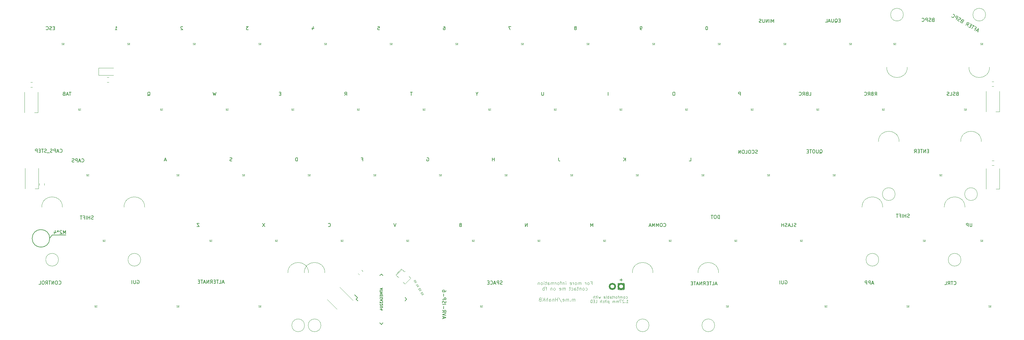
<source format=gbr>
G04 #@! TF.GenerationSoftware,KiCad,Pcbnew,(5.1.4)-1*
G04 #@! TF.CreationDate,2019-09-11T09:05:26+07:00*
G04 #@! TF.ProjectId,PCB,5043422e-6b69-4636-9164-5f7063625858,b*
G04 #@! TF.SameCoordinates,Original*
G04 #@! TF.FileFunction,Legend,Bot*
G04 #@! TF.FilePolarity,Positive*
%FSLAX46Y46*%
G04 Gerber Fmt 4.6, Leading zero omitted, Abs format (unit mm)*
G04 Created by KiCad (PCBNEW (5.1.4)-1) date 2019-09-11 09:05:26*
%MOMM*%
%LPD*%
G04 APERTURE LIST*
%ADD10C,0.050000*%
%ADD11C,0.150000*%
%ADD12C,0.090000*%
%ADD13C,0.120000*%
%ADD14C,0.200000*%
%ADD15C,0.500000*%
%ADD16C,0.203200*%
G04 APERTURE END LIST*
D10*
X107358834Y-74425660D02*
X107791846Y-74175660D01*
X107732323Y-74072561D01*
X107675989Y-74022607D01*
X107610940Y-74005177D01*
X107557796Y-74008367D01*
X107463412Y-74035367D01*
X107401553Y-74071081D01*
X107330980Y-74139320D01*
X107301645Y-74183749D01*
X107284215Y-74248798D01*
X107299310Y-74322561D01*
X107358834Y-74425660D01*
X107565656Y-73783886D02*
X107410894Y-73515831D01*
X107329270Y-73755406D01*
X107293556Y-73693547D01*
X107249127Y-73664213D01*
X107216602Y-73655498D01*
X107163458Y-73658688D01*
X107060360Y-73718212D01*
X107031025Y-73762641D01*
X107022311Y-73795165D01*
X107025500Y-73848309D01*
X107096929Y-73972027D01*
X107141358Y-74001362D01*
X107173883Y-74010077D01*
X106680262Y-73250339D02*
X107113275Y-73000339D01*
X107053751Y-72897241D01*
X106997417Y-72847287D01*
X106932368Y-72829857D01*
X106879224Y-72833047D01*
X106784841Y-72860046D01*
X106722982Y-72895761D01*
X106652408Y-72963999D01*
X106623074Y-73008429D01*
X106605644Y-73073477D01*
X106620739Y-73147241D01*
X106680262Y-73250339D01*
X106833940Y-72611756D02*
X106842655Y-72579232D01*
X106839466Y-72526087D01*
X106779942Y-72422989D01*
X106735513Y-72393655D01*
X106702988Y-72384940D01*
X106649844Y-72388130D01*
X106608605Y-72411939D01*
X106558651Y-72468273D01*
X106454072Y-72858566D01*
X106299310Y-72590511D01*
X106001691Y-72075019D02*
X106434704Y-71825019D01*
X106375180Y-71721921D01*
X106318846Y-71671967D01*
X106253797Y-71654537D01*
X106200653Y-71657727D01*
X106106270Y-71684726D01*
X106044411Y-71720441D01*
X105973837Y-71788679D01*
X105944502Y-71833108D01*
X105927072Y-71898157D01*
X105942167Y-71971921D01*
X106001691Y-72075019D01*
X105620739Y-71415190D02*
X105763596Y-71662626D01*
X105692167Y-71538908D02*
X106125180Y-71288908D01*
X106087130Y-71365862D01*
X106069701Y-71430911D01*
X106072890Y-71484055D01*
X105323119Y-70899699D02*
X105756132Y-70649699D01*
X105696608Y-70546601D01*
X105640274Y-70496647D01*
X105575226Y-70479217D01*
X105522082Y-70482407D01*
X105427698Y-70509406D01*
X105365839Y-70545120D01*
X105295265Y-70613359D01*
X105265931Y-70657788D01*
X105248501Y-70722837D01*
X105263596Y-70796601D01*
X105323119Y-70899699D01*
X105458513Y-70134208D02*
X105434704Y-70092968D01*
X105390274Y-70063634D01*
X105357750Y-70054919D01*
X105304606Y-70058109D01*
X105210223Y-70085108D01*
X105107124Y-70144632D01*
X105036550Y-70212871D01*
X105007216Y-70257300D01*
X104998501Y-70289824D01*
X105001691Y-70342968D01*
X105025500Y-70384208D01*
X105069930Y-70413542D01*
X105102454Y-70422257D01*
X105155598Y-70419067D01*
X105249981Y-70392068D01*
X105353080Y-70332544D01*
X105423654Y-70264305D01*
X105452988Y-70219876D01*
X105461703Y-70187352D01*
X105458513Y-70134208D01*
D11*
X3896163Y-56652680D02*
X3896163Y-55652680D01*
X3562830Y-56366966D01*
X3229497Y-55652680D01*
X3229497Y-56652680D01*
X2800925Y-55747919D02*
X2753306Y-55700300D01*
X2658068Y-55652680D01*
X2419973Y-55652680D01*
X2324735Y-55700300D01*
X2277116Y-55747919D01*
X2229497Y-55843157D01*
X2229497Y-55938395D01*
X2277116Y-56081252D01*
X2848544Y-56652680D01*
X2229497Y-56652680D01*
X1658068Y-55652680D02*
X1658068Y-55890776D01*
X1896163Y-55795538D02*
X1658068Y-55890776D01*
X1419973Y-55795538D01*
X1800925Y-56081252D02*
X1658068Y-55890776D01*
X1515211Y-56081252D01*
X610449Y-55986014D02*
X610449Y-56652680D01*
X848544Y-55605061D02*
X1086639Y-56319347D01*
X467592Y-56319347D01*
X-20503Y-56950300D02*
X3979497Y-56950300D01*
X-720994Y-57950300D02*
X-20503Y-56950300D01*
X-720993Y-57950300D02*
G75*
G03X-720993Y-57950300I-2549510J0D01*
G01*
X2265158Y-32906223D02*
X2312777Y-32953842D01*
X2455634Y-33001461D01*
X2550872Y-33001461D01*
X2693729Y-32953842D01*
X2788967Y-32858604D01*
X2836586Y-32763366D01*
X2884205Y-32572890D01*
X2884205Y-32430033D01*
X2836586Y-32239557D01*
X2788967Y-32144319D01*
X2693729Y-32049081D01*
X2550872Y-32001461D01*
X2455634Y-32001461D01*
X2312777Y-32049081D01*
X2265158Y-32096700D01*
X1884205Y-32715747D02*
X1408015Y-32715747D01*
X1979443Y-33001461D02*
X1646110Y-32001461D01*
X1312777Y-33001461D01*
X979443Y-33001461D02*
X979443Y-32001461D01*
X598491Y-32001461D01*
X503253Y-32049081D01*
X455634Y-32096700D01*
X408015Y-32191938D01*
X408015Y-32334795D01*
X455634Y-32430033D01*
X503253Y-32477652D01*
X598491Y-32525271D01*
X979443Y-32525271D01*
X27063Y-32953842D02*
X-115794Y-33001461D01*
X-353889Y-33001461D01*
X-449127Y-32953842D01*
X-496746Y-32906223D01*
X-544365Y-32810985D01*
X-544365Y-32715747D01*
X-496746Y-32620509D01*
X-449127Y-32572890D01*
X-353889Y-32525271D01*
X-163413Y-32477652D01*
X-68175Y-32430033D01*
X-20556Y-32382414D01*
X27063Y-32287176D01*
X27063Y-32191938D01*
X-20556Y-32096700D01*
X-68175Y-32049081D01*
X-163413Y-32001461D01*
X-401508Y-32001461D01*
X-544365Y-32049081D01*
X-734841Y-33096700D02*
X-1496746Y-33096700D01*
X-1687222Y-32953842D02*
X-1830079Y-33001461D01*
X-2068175Y-33001461D01*
X-2163413Y-32953842D01*
X-2211032Y-32906223D01*
X-2258651Y-32810985D01*
X-2258651Y-32715747D01*
X-2211032Y-32620509D01*
X-2163413Y-32572890D01*
X-2068175Y-32525271D01*
X-1877698Y-32477652D01*
X-1782460Y-32430033D01*
X-1734841Y-32382414D01*
X-1687222Y-32287176D01*
X-1687222Y-32191938D01*
X-1734841Y-32096700D01*
X-1782460Y-32049081D01*
X-1877698Y-32001461D01*
X-2115794Y-32001461D01*
X-2258651Y-32049081D01*
X-2544365Y-32001461D02*
X-3115794Y-32001461D01*
X-2830079Y-33001461D02*
X-2830079Y-32001461D01*
X-3449127Y-32477652D02*
X-3782460Y-32477652D01*
X-3925317Y-33001461D02*
X-3449127Y-33001461D01*
X-3449127Y-32001461D01*
X-3925317Y-32001461D01*
X-4353889Y-33001461D02*
X-4353889Y-32001461D01*
X-4734841Y-32001461D01*
X-4830079Y-32049081D01*
X-4877698Y-32096700D01*
X-4925317Y-32191938D01*
X-4925317Y-32334795D01*
X-4877698Y-32430033D01*
X-4830079Y-32477652D01*
X-4734841Y-32525271D01*
X-4353889Y-32525271D01*
D12*
X156348549Y-70891051D02*
X156681882Y-70891051D01*
X156681882Y-71414860D02*
X156681882Y-70414860D01*
X156205692Y-70414860D01*
X155681882Y-71414860D02*
X155777120Y-71367241D01*
X155824740Y-71319622D01*
X155872359Y-71224384D01*
X155872359Y-70938670D01*
X155824740Y-70843432D01*
X155777120Y-70795813D01*
X155681882Y-70748194D01*
X155539025Y-70748194D01*
X155443787Y-70795813D01*
X155396168Y-70843432D01*
X155348549Y-70938670D01*
X155348549Y-71224384D01*
X155396168Y-71319622D01*
X155443787Y-71367241D01*
X155539025Y-71414860D01*
X155681882Y-71414860D01*
X154919978Y-71414860D02*
X154919978Y-70748194D01*
X154919978Y-70938670D02*
X154872359Y-70843432D01*
X154824740Y-70795813D01*
X154729501Y-70748194D01*
X154634263Y-70748194D01*
X153539025Y-71414860D02*
X153539025Y-70748194D01*
X153539025Y-70843432D02*
X153491406Y-70795813D01*
X153396168Y-70748194D01*
X153253311Y-70748194D01*
X153158073Y-70795813D01*
X153110454Y-70891051D01*
X153110454Y-71414860D01*
X153110454Y-70891051D02*
X153062835Y-70795813D01*
X152967597Y-70748194D01*
X152824740Y-70748194D01*
X152729501Y-70795813D01*
X152681882Y-70891051D01*
X152681882Y-71414860D01*
X152062835Y-71414860D02*
X152158073Y-71367241D01*
X152205692Y-71319622D01*
X152253311Y-71224384D01*
X152253311Y-70938670D01*
X152205692Y-70843432D01*
X152158073Y-70795813D01*
X152062835Y-70748194D01*
X151919978Y-70748194D01*
X151824740Y-70795813D01*
X151777120Y-70843432D01*
X151729501Y-70938670D01*
X151729501Y-71224384D01*
X151777120Y-71319622D01*
X151824740Y-71367241D01*
X151919978Y-71414860D01*
X152062835Y-71414860D01*
X151300930Y-71414860D02*
X151300930Y-70748194D01*
X151300930Y-70938670D02*
X151253311Y-70843432D01*
X151205692Y-70795813D01*
X151110454Y-70748194D01*
X151015216Y-70748194D01*
X150300930Y-71367241D02*
X150396168Y-71414860D01*
X150586644Y-71414860D01*
X150681882Y-71367241D01*
X150729501Y-71272003D01*
X150729501Y-70891051D01*
X150681882Y-70795813D01*
X150586644Y-70748194D01*
X150396168Y-70748194D01*
X150300930Y-70795813D01*
X150253311Y-70891051D01*
X150253311Y-70986289D01*
X150729501Y-71081527D01*
X149062835Y-71414860D02*
X149062835Y-70748194D01*
X149062835Y-70414860D02*
X149110454Y-70462480D01*
X149062835Y-70510099D01*
X149015216Y-70462480D01*
X149062835Y-70414860D01*
X149062835Y-70510099D01*
X148586644Y-70748194D02*
X148586644Y-71414860D01*
X148586644Y-70843432D02*
X148539025Y-70795813D01*
X148443787Y-70748194D01*
X148300930Y-70748194D01*
X148205692Y-70795813D01*
X148158073Y-70891051D01*
X148158073Y-71414860D01*
X147824740Y-70748194D02*
X147443787Y-70748194D01*
X147681882Y-71414860D02*
X147681882Y-70557718D01*
X147634263Y-70462480D01*
X147539025Y-70414860D01*
X147443787Y-70414860D01*
X146967597Y-71414860D02*
X147062835Y-71367241D01*
X147110454Y-71319622D01*
X147158073Y-71224384D01*
X147158073Y-70938670D01*
X147110454Y-70843432D01*
X147062835Y-70795813D01*
X146967597Y-70748194D01*
X146824740Y-70748194D01*
X146729501Y-70795813D01*
X146681882Y-70843432D01*
X146634263Y-70938670D01*
X146634263Y-71224384D01*
X146681882Y-71319622D01*
X146729501Y-71367241D01*
X146824740Y-71414860D01*
X146967597Y-71414860D01*
X146205692Y-71414860D02*
X146205692Y-70748194D01*
X146205692Y-70938670D02*
X146158073Y-70843432D01*
X146110454Y-70795813D01*
X146015216Y-70748194D01*
X145919978Y-70748194D01*
X145586644Y-71414860D02*
X145586644Y-70748194D01*
X145586644Y-70843432D02*
X145539025Y-70795813D01*
X145443787Y-70748194D01*
X145300930Y-70748194D01*
X145205692Y-70795813D01*
X145158073Y-70891051D01*
X145158073Y-71414860D01*
X145158073Y-70891051D02*
X145110454Y-70795813D01*
X145015216Y-70748194D01*
X144872359Y-70748194D01*
X144777120Y-70795813D01*
X144729501Y-70891051D01*
X144729501Y-71414860D01*
X143824740Y-71414860D02*
X143824740Y-70891051D01*
X143872359Y-70795813D01*
X143967597Y-70748194D01*
X144158073Y-70748194D01*
X144253311Y-70795813D01*
X143824740Y-71367241D02*
X143919978Y-71414860D01*
X144158073Y-71414860D01*
X144253311Y-71367241D01*
X144300930Y-71272003D01*
X144300930Y-71176765D01*
X144253311Y-71081527D01*
X144158073Y-71033908D01*
X143919978Y-71033908D01*
X143824740Y-70986289D01*
X143491406Y-70748194D02*
X143110454Y-70748194D01*
X143348549Y-70414860D02*
X143348549Y-71272003D01*
X143300930Y-71367241D01*
X143205692Y-71414860D01*
X143110454Y-71414860D01*
X142777120Y-71414860D02*
X142777120Y-70748194D01*
X142777120Y-70414860D02*
X142824740Y-70462480D01*
X142777120Y-70510099D01*
X142729501Y-70462480D01*
X142777120Y-70414860D01*
X142777120Y-70510099D01*
X142158073Y-71414860D02*
X142253311Y-71367241D01*
X142300930Y-71319622D01*
X142348549Y-71224384D01*
X142348549Y-70938670D01*
X142300930Y-70843432D01*
X142253311Y-70795813D01*
X142158073Y-70748194D01*
X142015216Y-70748194D01*
X141919978Y-70795813D01*
X141872359Y-70843432D01*
X141824740Y-70938670D01*
X141824740Y-71224384D01*
X141872359Y-71319622D01*
X141919978Y-71367241D01*
X142015216Y-71414860D01*
X142158073Y-71414860D01*
X141396168Y-70748194D02*
X141396168Y-71414860D01*
X141396168Y-70843432D02*
X141348549Y-70795813D01*
X141253311Y-70748194D01*
X141110454Y-70748194D01*
X141015216Y-70795813D01*
X140967597Y-70891051D01*
X140967597Y-71414860D01*
X154824740Y-72957241D02*
X154919978Y-73004860D01*
X155110454Y-73004860D01*
X155205692Y-72957241D01*
X155253311Y-72909622D01*
X155300930Y-72814384D01*
X155300930Y-72528670D01*
X155253311Y-72433432D01*
X155205692Y-72385813D01*
X155110454Y-72338194D01*
X154919978Y-72338194D01*
X154824740Y-72385813D01*
X154253311Y-73004860D02*
X154348549Y-72957241D01*
X154396168Y-72909622D01*
X154443787Y-72814384D01*
X154443787Y-72528670D01*
X154396168Y-72433432D01*
X154348549Y-72385813D01*
X154253311Y-72338194D01*
X154110454Y-72338194D01*
X154015216Y-72385813D01*
X153967597Y-72433432D01*
X153919978Y-72528670D01*
X153919978Y-72814384D01*
X153967597Y-72909622D01*
X154015216Y-72957241D01*
X154110454Y-73004860D01*
X154253311Y-73004860D01*
X153491406Y-72338194D02*
X153491406Y-73004860D01*
X153491406Y-72433432D02*
X153443787Y-72385813D01*
X153348549Y-72338194D01*
X153205692Y-72338194D01*
X153110454Y-72385813D01*
X153062835Y-72481051D01*
X153062835Y-73004860D01*
X152729501Y-72338194D02*
X152348549Y-72338194D01*
X152586644Y-72004860D02*
X152586644Y-72862003D01*
X152539025Y-72957241D01*
X152443787Y-73004860D01*
X152348549Y-73004860D01*
X151586644Y-73004860D02*
X151586644Y-72481051D01*
X151634263Y-72385813D01*
X151729501Y-72338194D01*
X151919978Y-72338194D01*
X152015216Y-72385813D01*
X151586644Y-72957241D02*
X151681882Y-73004860D01*
X151919978Y-73004860D01*
X152015216Y-72957241D01*
X152062835Y-72862003D01*
X152062835Y-72766765D01*
X152015216Y-72671527D01*
X151919978Y-72623908D01*
X151681882Y-72623908D01*
X151586644Y-72576289D01*
X150681882Y-72957241D02*
X150777120Y-73004860D01*
X150967597Y-73004860D01*
X151062835Y-72957241D01*
X151110454Y-72909622D01*
X151158073Y-72814384D01*
X151158073Y-72528670D01*
X151110454Y-72433432D01*
X151062835Y-72385813D01*
X150967597Y-72338194D01*
X150777120Y-72338194D01*
X150681882Y-72385813D01*
X150396168Y-72338194D02*
X150015216Y-72338194D01*
X150253311Y-72004860D02*
X150253311Y-72862003D01*
X150205692Y-72957241D01*
X150110454Y-73004860D01*
X150015216Y-73004860D01*
X148919978Y-73004860D02*
X148919978Y-72338194D01*
X148919978Y-72433432D02*
X148872359Y-72385813D01*
X148777120Y-72338194D01*
X148634263Y-72338194D01*
X148539025Y-72385813D01*
X148491406Y-72481051D01*
X148491406Y-73004860D01*
X148491406Y-72481051D02*
X148443787Y-72385813D01*
X148348549Y-72338194D01*
X148205692Y-72338194D01*
X148110454Y-72385813D01*
X148062835Y-72481051D01*
X148062835Y-73004860D01*
X147205692Y-72957241D02*
X147300930Y-73004860D01*
X147491406Y-73004860D01*
X147586644Y-72957241D01*
X147634263Y-72862003D01*
X147634263Y-72481051D01*
X147586644Y-72385813D01*
X147491406Y-72338194D01*
X147300930Y-72338194D01*
X147205692Y-72385813D01*
X147158073Y-72481051D01*
X147158073Y-72576289D01*
X147634263Y-72671527D01*
X145824740Y-73004860D02*
X145919978Y-72957241D01*
X145967597Y-72909622D01*
X146015216Y-72814384D01*
X146015216Y-72528670D01*
X145967597Y-72433432D01*
X145919978Y-72385813D01*
X145824740Y-72338194D01*
X145681882Y-72338194D01*
X145586644Y-72385813D01*
X145539025Y-72433432D01*
X145491406Y-72528670D01*
X145491406Y-72814384D01*
X145539025Y-72909622D01*
X145586644Y-72957241D01*
X145681882Y-73004860D01*
X145824740Y-73004860D01*
X145062835Y-72338194D02*
X145062835Y-73004860D01*
X145062835Y-72433432D02*
X145015216Y-72385813D01*
X144919978Y-72338194D01*
X144777120Y-72338194D01*
X144681882Y-72385813D01*
X144634263Y-72481051D01*
X144634263Y-73004860D01*
X143539025Y-72338194D02*
X143158073Y-72338194D01*
X143396168Y-73004860D02*
X143396168Y-72147718D01*
X143348549Y-72052480D01*
X143253311Y-72004860D01*
X143158073Y-72004860D01*
X142824740Y-73004860D02*
X142824740Y-72004860D01*
X142824740Y-72385813D02*
X142729501Y-72338194D01*
X142539025Y-72338194D01*
X142443787Y-72385813D01*
X142396168Y-72433432D01*
X142348549Y-72528670D01*
X142348549Y-72814384D01*
X142396168Y-72909622D01*
X142443787Y-72957241D01*
X142539025Y-73004860D01*
X142729501Y-73004860D01*
X142824740Y-72957241D01*
X151705692Y-76184860D02*
X151705692Y-75518194D01*
X151705692Y-75613432D02*
X151658073Y-75565813D01*
X151562835Y-75518194D01*
X151419978Y-75518194D01*
X151324740Y-75565813D01*
X151277120Y-75661051D01*
X151277120Y-76184860D01*
X151277120Y-75661051D02*
X151229501Y-75565813D01*
X151134263Y-75518194D01*
X150991406Y-75518194D01*
X150896168Y-75565813D01*
X150848549Y-75661051D01*
X150848549Y-76184860D01*
X150372359Y-76089622D02*
X150324740Y-76137241D01*
X150372359Y-76184860D01*
X150419978Y-76137241D01*
X150372359Y-76089622D01*
X150372359Y-76184860D01*
X149896168Y-76184860D02*
X149896168Y-75518194D01*
X149896168Y-75613432D02*
X149848549Y-75565813D01*
X149753311Y-75518194D01*
X149610454Y-75518194D01*
X149515216Y-75565813D01*
X149467597Y-75661051D01*
X149467597Y-76184860D01*
X149467597Y-75661051D02*
X149419978Y-75565813D01*
X149324740Y-75518194D01*
X149181882Y-75518194D01*
X149086644Y-75565813D01*
X149039025Y-75661051D01*
X149039025Y-76184860D01*
X148181882Y-76137241D02*
X148277120Y-76184860D01*
X148467597Y-76184860D01*
X148562835Y-76137241D01*
X148610454Y-76042003D01*
X148610454Y-75661051D01*
X148562835Y-75565813D01*
X148467597Y-75518194D01*
X148277120Y-75518194D01*
X148181882Y-75565813D01*
X148134263Y-75661051D01*
X148134263Y-75756289D01*
X148610454Y-75851527D01*
X146991406Y-75137241D02*
X147848549Y-76422956D01*
X146658073Y-76184860D02*
X146658073Y-75184860D01*
X146658073Y-75661051D02*
X146086644Y-75661051D01*
X146086644Y-76184860D02*
X146086644Y-75184860D01*
X145610454Y-75518194D02*
X145610454Y-76184860D01*
X145610454Y-75613432D02*
X145562835Y-75565813D01*
X145467597Y-75518194D01*
X145324740Y-75518194D01*
X145229501Y-75565813D01*
X145181882Y-75661051D01*
X145181882Y-76184860D01*
X144277120Y-76184860D02*
X144277120Y-75661051D01*
X144324740Y-75565813D01*
X144419978Y-75518194D01*
X144610454Y-75518194D01*
X144705692Y-75565813D01*
X144277120Y-76137241D02*
X144372359Y-76184860D01*
X144610454Y-76184860D01*
X144705692Y-76137241D01*
X144753311Y-76042003D01*
X144753311Y-75946765D01*
X144705692Y-75851527D01*
X144610454Y-75803908D01*
X144372359Y-75803908D01*
X144277120Y-75756289D01*
X143800930Y-76184860D02*
X143800930Y-75184860D01*
X143372359Y-76184860D02*
X143372359Y-75661051D01*
X143419978Y-75565813D01*
X143515216Y-75518194D01*
X143658073Y-75518194D01*
X143753311Y-75565813D01*
X143800930Y-75613432D01*
X142896168Y-76184860D02*
X142896168Y-75184860D01*
X142324740Y-76184860D02*
X142753311Y-75613432D01*
X142324740Y-75184860D02*
X142896168Y-75756289D01*
X141562835Y-75661051D02*
X141419978Y-75708670D01*
X141372359Y-75756289D01*
X141324740Y-75851527D01*
X141324740Y-75994384D01*
X141372359Y-76089622D01*
X141419978Y-76137241D01*
X141515216Y-76184860D01*
X141896168Y-76184860D01*
X141896168Y-75184860D01*
X141562835Y-75184860D01*
X141467597Y-75232480D01*
X141419978Y-75280099D01*
X141372359Y-75375337D01*
X141372359Y-75470575D01*
X141419978Y-75565813D01*
X141467597Y-75613432D01*
X141562835Y-75661051D01*
X141896168Y-75661051D01*
D10*
X166540870Y-75326289D02*
X166617061Y-75364384D01*
X166769442Y-75364384D01*
X166845632Y-75326289D01*
X166883728Y-75288194D01*
X166921823Y-75212003D01*
X166921823Y-74983432D01*
X166883728Y-74907241D01*
X166845632Y-74869146D01*
X166769442Y-74831051D01*
X166617061Y-74831051D01*
X166540870Y-74869146D01*
X166083728Y-75364384D02*
X166159918Y-75326289D01*
X166198013Y-75288194D01*
X166236109Y-75212003D01*
X166236109Y-74983432D01*
X166198013Y-74907241D01*
X166159918Y-74869146D01*
X166083728Y-74831051D01*
X165969442Y-74831051D01*
X165893251Y-74869146D01*
X165855156Y-74907241D01*
X165817061Y-74983432D01*
X165817061Y-75212003D01*
X165855156Y-75288194D01*
X165893251Y-75326289D01*
X165969442Y-75364384D01*
X166083728Y-75364384D01*
X165474204Y-75364384D02*
X165474204Y-74831051D01*
X165474204Y-74907241D02*
X165436109Y-74869146D01*
X165359918Y-74831051D01*
X165245632Y-74831051D01*
X165169442Y-74869146D01*
X165131347Y-74945337D01*
X165131347Y-75364384D01*
X165131347Y-74945337D02*
X165093251Y-74869146D01*
X165017061Y-74831051D01*
X164902775Y-74831051D01*
X164826585Y-74869146D01*
X164788490Y-74945337D01*
X164788490Y-75364384D01*
X164521823Y-74831051D02*
X164217061Y-74831051D01*
X164407537Y-75364384D02*
X164407537Y-74678670D01*
X164369442Y-74602480D01*
X164293251Y-74564384D01*
X164217061Y-74564384D01*
X163836109Y-75364384D02*
X163912299Y-75326289D01*
X163950394Y-75288194D01*
X163988490Y-75212003D01*
X163988490Y-74983432D01*
X163950394Y-74907241D01*
X163912299Y-74869146D01*
X163836109Y-74831051D01*
X163721823Y-74831051D01*
X163645632Y-74869146D01*
X163607537Y-74907241D01*
X163569442Y-74983432D01*
X163569442Y-75212003D01*
X163607537Y-75288194D01*
X163645632Y-75326289D01*
X163721823Y-75364384D01*
X163836109Y-75364384D01*
X163226585Y-75364384D02*
X163226585Y-74831051D01*
X163226585Y-74983432D02*
X163188490Y-74907241D01*
X163150394Y-74869146D01*
X163074204Y-74831051D01*
X162998013Y-74831051D01*
X162845632Y-74831051D02*
X162540870Y-74831051D01*
X162731347Y-74564384D02*
X162731347Y-75250099D01*
X162693251Y-75326289D01*
X162617061Y-75364384D01*
X162540870Y-75364384D01*
X161931347Y-75364384D02*
X161931347Y-74945337D01*
X161969442Y-74869146D01*
X162045632Y-74831051D01*
X162198013Y-74831051D01*
X162274204Y-74869146D01*
X161931347Y-75326289D02*
X162007537Y-75364384D01*
X162198013Y-75364384D01*
X162274204Y-75326289D01*
X162312299Y-75250099D01*
X162312299Y-75173908D01*
X162274204Y-75097718D01*
X162198013Y-75059622D01*
X162007537Y-75059622D01*
X161931347Y-75021527D01*
X161550394Y-75364384D02*
X161550394Y-74564384D01*
X161550394Y-74869146D02*
X161474204Y-74831051D01*
X161321823Y-74831051D01*
X161245632Y-74869146D01*
X161207537Y-74907241D01*
X161169442Y-74983432D01*
X161169442Y-75212003D01*
X161207537Y-75288194D01*
X161245632Y-75326289D01*
X161321823Y-75364384D01*
X161474204Y-75364384D01*
X161550394Y-75326289D01*
X160712299Y-75364384D02*
X160788490Y-75326289D01*
X160826585Y-75250099D01*
X160826585Y-74564384D01*
X160102775Y-75326289D02*
X160178966Y-75364384D01*
X160331347Y-75364384D01*
X160407537Y-75326289D01*
X160445632Y-75250099D01*
X160445632Y-74945337D01*
X160407537Y-74869146D01*
X160331347Y-74831051D01*
X160178966Y-74831051D01*
X160102775Y-74869146D01*
X160064680Y-74945337D01*
X160064680Y-75021527D01*
X160445632Y-75097718D01*
X159188490Y-74831051D02*
X159036109Y-75364384D01*
X158883728Y-74983432D01*
X158731347Y-75364384D01*
X158578966Y-74831051D01*
X158274204Y-75364384D02*
X158274204Y-74831051D01*
X158274204Y-74564384D02*
X158312299Y-74602480D01*
X158274204Y-74640575D01*
X158236109Y-74602480D01*
X158274204Y-74564384D01*
X158274204Y-74640575D01*
X158007537Y-74831051D02*
X157702775Y-74831051D01*
X157893251Y-74564384D02*
X157893251Y-75250099D01*
X157855156Y-75326289D01*
X157778966Y-75364384D01*
X157702775Y-75364384D01*
X157436109Y-75364384D02*
X157436109Y-74564384D01*
X157093251Y-75364384D02*
X157093251Y-74945337D01*
X157131347Y-74869146D01*
X157207537Y-74831051D01*
X157321823Y-74831051D01*
X157398013Y-74869146D01*
X157436109Y-74907241D01*
X166655156Y-76614384D02*
X167112299Y-76614384D01*
X166883728Y-76614384D02*
X166883728Y-75814384D01*
X166959918Y-75928670D01*
X167036109Y-76004860D01*
X167112299Y-76042956D01*
X166312299Y-76538194D02*
X166274204Y-76576289D01*
X166312299Y-76614384D01*
X166350394Y-76576289D01*
X166312299Y-76538194D01*
X166312299Y-76614384D01*
X165969442Y-75890575D02*
X165931347Y-75852480D01*
X165855156Y-75814384D01*
X165664680Y-75814384D01*
X165588490Y-75852480D01*
X165550394Y-75890575D01*
X165512299Y-75966765D01*
X165512299Y-76042956D01*
X165550394Y-76157241D01*
X166007537Y-76614384D01*
X165512299Y-76614384D01*
X165245632Y-75814384D02*
X164712299Y-75814384D01*
X165055156Y-76614384D01*
X164407537Y-76614384D02*
X164407537Y-76081051D01*
X164407537Y-76157241D02*
X164369442Y-76119146D01*
X164293251Y-76081051D01*
X164178966Y-76081051D01*
X164102775Y-76119146D01*
X164064680Y-76195337D01*
X164064680Y-76614384D01*
X164064680Y-76195337D02*
X164026585Y-76119146D01*
X163950394Y-76081051D01*
X163836109Y-76081051D01*
X163759918Y-76119146D01*
X163721823Y-76195337D01*
X163721823Y-76614384D01*
X163340870Y-76614384D02*
X163340870Y-76081051D01*
X163340870Y-76157241D02*
X163302775Y-76119146D01*
X163226585Y-76081051D01*
X163112299Y-76081051D01*
X163036109Y-76119146D01*
X162998013Y-76195337D01*
X162998013Y-76614384D01*
X162998013Y-76195337D02*
X162959918Y-76119146D01*
X162883728Y-76081051D01*
X162769442Y-76081051D01*
X162693251Y-76119146D01*
X162655156Y-76195337D01*
X162655156Y-76614384D01*
X161664680Y-76081051D02*
X161664680Y-76881051D01*
X161664680Y-76119146D02*
X161588490Y-76081051D01*
X161436109Y-76081051D01*
X161359918Y-76119146D01*
X161321823Y-76157241D01*
X161283728Y-76233432D01*
X161283728Y-76462003D01*
X161321823Y-76538194D01*
X161359918Y-76576289D01*
X161436109Y-76614384D01*
X161588490Y-76614384D01*
X161664680Y-76576289D01*
X160940870Y-76614384D02*
X160940870Y-76081051D01*
X160940870Y-75814384D02*
X160978966Y-75852480D01*
X160940870Y-75890575D01*
X160902775Y-75852480D01*
X160940870Y-75814384D01*
X160940870Y-75890575D01*
X160674204Y-76081051D02*
X160369442Y-76081051D01*
X160559918Y-75814384D02*
X160559918Y-76500099D01*
X160521823Y-76576289D01*
X160445632Y-76614384D01*
X160369442Y-76614384D01*
X159759918Y-76576289D02*
X159836109Y-76614384D01*
X159988490Y-76614384D01*
X160064680Y-76576289D01*
X160102775Y-76538194D01*
X160140870Y-76462003D01*
X160140870Y-76233432D01*
X160102775Y-76157241D01*
X160064680Y-76119146D01*
X159988490Y-76081051D01*
X159836109Y-76081051D01*
X159759918Y-76119146D01*
X159417061Y-76614384D02*
X159417061Y-75814384D01*
X159074204Y-76614384D02*
X159074204Y-76195337D01*
X159112299Y-76119146D01*
X159188490Y-76081051D01*
X159302775Y-76081051D01*
X159378966Y-76119146D01*
X159417061Y-76157241D01*
X157702775Y-76614384D02*
X158083728Y-76614384D01*
X158083728Y-75814384D01*
X157436109Y-76195337D02*
X157169442Y-76195337D01*
X157055156Y-76614384D02*
X157436109Y-76614384D01*
X157436109Y-75814384D01*
X157055156Y-75814384D01*
X156712299Y-76614384D02*
X156712299Y-75814384D01*
X156521823Y-75814384D01*
X156407537Y-75852480D01*
X156331347Y-75928670D01*
X156293251Y-76004860D01*
X156255156Y-76157241D01*
X156255156Y-76271527D01*
X156293251Y-76423908D01*
X156331347Y-76500099D01*
X156407537Y-76576289D01*
X156521823Y-76614384D01*
X156712299Y-76614384D01*
D11*
X165533192Y-69978908D02*
X164771287Y-69978908D01*
X165152240Y-70359860D02*
X165152240Y-69597956D01*
D13*
X258968350Y-48895300D02*
G75*
G02X264968350Y-48895300I3000000J0D01*
G01*
X263818350Y-64150300D02*
G75*
G03X263818350Y-64150300I-1850000J0D01*
G01*
X235092350Y-48895300D02*
G75*
G02X241092350Y-48895300I3000000J0D01*
G01*
X239942350Y-64150300D02*
G75*
G03X239942350Y-64150300I-1850000J0D01*
G01*
X68404159Y-67945300D02*
G75*
G02X74404159Y-67945300I3000000J0D01*
G01*
X73254159Y-83200300D02*
G75*
G03X73254159Y-83200300I-1850000J0D01*
G01*
X168404159Y-67945300D02*
G75*
G02X174404159Y-67945300I3000000J0D01*
G01*
X173254159Y-83200300D02*
G75*
G03X173254159Y-83200300I-1850000J0D01*
G01*
X20844249Y-48895300D02*
G75*
G02X26844249Y-48895300I3000000J0D01*
G01*
X25694249Y-64150300D02*
G75*
G03X25694249Y-64150300I-1850000J0D01*
G01*
X263731350Y-29845300D02*
G75*
G02X269731350Y-29845300I3000000J0D01*
G01*
X268581350Y-45100300D02*
G75*
G03X268581350Y-45100300I-1850000J0D01*
G01*
X187461159Y-67945300D02*
G75*
G02X193461159Y-67945300I3000000J0D01*
G01*
X192311159Y-83200300D02*
G75*
G03X192311159Y-83200300I-1850000J0D01*
G01*
X-3031750Y-48895300D02*
G75*
G02X2968250Y-48895300I3000000J0D01*
G01*
X1818250Y-64150300D02*
G75*
G03X1818250Y-64150300I-1850000J0D01*
G01*
X239855350Y-29845300D02*
G75*
G02X245855350Y-29845300I3000000J0D01*
G01*
X244705350Y-45100300D02*
G75*
G03X244705350Y-45100300I-1850000J0D01*
G01*
X73161359Y-67945300D02*
G75*
G02X79161359Y-67945300I3000000J0D01*
G01*
X78011359Y-83200300D02*
G75*
G03X78011359Y-83200300I-1850000J0D01*
G01*
X248237350Y-8255300D02*
G75*
G02X242237350Y-8255300I-3000000J0D01*
G01*
X247087350Y6999700D02*
G75*
G03X247087350Y6999700I-1850000J0D01*
G01*
X272113350Y-8255300D02*
G75*
G02X266113350Y-8255300I-3000000J0D01*
G01*
X270963350Y6999700D02*
G75*
G03X270963350Y6999700I-1850000J0D01*
G01*
X274966980Y-21154180D02*
X273891980Y-21154180D01*
X274966980Y-15254180D02*
X274966980Y-21154180D01*
X271066980Y-15254180D02*
X271066980Y-21154180D01*
X275022860Y-43592540D02*
X273947860Y-43592540D01*
X275022860Y-37692540D02*
X275022860Y-43592540D01*
X271122860Y-37692540D02*
X271122860Y-43592540D01*
X-4115520Y-21415800D02*
X-5190520Y-21415800D01*
X-4115520Y-15515800D02*
X-4115520Y-21415800D01*
X-8015520Y-15515800D02*
X-8015520Y-21415800D01*
X-3958040Y-43531580D02*
X-5033040Y-43531580D01*
X-3958040Y-37631580D02*
X-3958040Y-43531580D01*
X-7858040Y-37631580D02*
X-7858040Y-43531580D01*
D14*
X164282259Y-72467412D02*
G75*
G03X164602240Y-72787480I249981J-70068D01*
G01*
X165712172Y-72777461D02*
G75*
G03X166032240Y-72457480I70068J249981D01*
G01*
X166042221Y-71357548D02*
G75*
G03X165722240Y-71037480I-249981J70068D01*
G01*
X164602308Y-71037499D02*
G75*
G03X164282240Y-71357480I-70068J-249981D01*
G01*
D13*
X164162049Y-72637481D02*
G75*
G03X164412241Y-72897479I260191J1D01*
G01*
X165882242Y-72897672D02*
G75*
G03X166142240Y-72647480I-1J260191D01*
G01*
X165892239Y-72897480D02*
X164422240Y-72897479D01*
X166142240Y-72627480D02*
X166142240Y-71177480D01*
X166142431Y-71177479D02*
G75*
G03X165892239Y-70917481I-260191J-1D01*
G01*
X164422239Y-70917289D02*
G75*
G03X164162241Y-71167481I1J-260191D01*
G01*
X164162240Y-72627480D02*
X164162240Y-71177480D01*
X165892239Y-70917481D02*
X164422240Y-70917480D01*
D15*
X163412240Y-71907480D02*
G75*
G03X163412240Y-71907480I-800000J0D01*
G01*
X165952240Y-71907480D02*
G75*
G03X165952240Y-71907480I-800000J0D01*
G01*
D13*
X13493750Y-10575300D02*
X17743750Y-10575300D01*
X13493750Y-8475300D02*
X17743750Y-8475300D01*
X13493750Y-10575300D02*
X13493750Y-8475300D01*
X15885172Y-11196550D02*
X16402328Y-11196550D01*
X15885172Y-12616550D02*
X16402328Y-12616550D01*
X89180796Y-68528938D02*
X88815112Y-68163254D01*
X90184888Y-67524846D02*
X89819204Y-67159162D01*
X272831422Y-36784050D02*
X273348578Y-36784050D01*
X272831422Y-35364050D02*
X273348578Y-35364050D01*
X272778683Y-13835159D02*
X273295839Y-13835159D01*
X272778683Y-12415159D02*
X273295839Y-12415159D01*
X-6258578Y-12634050D02*
X-5741422Y-12634050D01*
X-6258578Y-14054050D02*
X-5741422Y-14054050D01*
X-2299900Y-42019722D02*
X-2299900Y-42536878D01*
X-3719900Y-42019722D02*
X-3719900Y-42536878D01*
D10*
X2739000Y-1704000D02*
X3501000Y-1704000D01*
X2739000Y-1259500D02*
X3501000Y-1259500D01*
X3501000Y-1259500D02*
X3120000Y-1704000D01*
X3120000Y-1704000D02*
X2739000Y-1259500D01*
X7501500Y-20754000D02*
X8263500Y-20754000D01*
X7501500Y-20309500D02*
X8263500Y-20309500D01*
X8263500Y-20309500D02*
X7882500Y-20754000D01*
X7882500Y-20754000D02*
X7501500Y-20309500D01*
X9882750Y-39804000D02*
X10644750Y-39804000D01*
X9882750Y-39359500D02*
X10644750Y-39359500D01*
X10644750Y-39359500D02*
X10263750Y-39804000D01*
X10263750Y-39804000D02*
X9882750Y-39359500D01*
X15026250Y-58854000D02*
X14645250Y-58409500D01*
X15407250Y-58409500D02*
X15026250Y-58854000D01*
X14645250Y-58409500D02*
X15407250Y-58409500D01*
X14645250Y-58854000D02*
X15407250Y-58854000D01*
X12645000Y-77904000D02*
X12264000Y-77459500D01*
X13026000Y-77459500D02*
X12645000Y-77904000D01*
X12264000Y-77459500D02*
X13026000Y-77459500D01*
X12264000Y-77904000D02*
X13026000Y-77904000D01*
X22170000Y-1704000D02*
X21789000Y-1259500D01*
X22551000Y-1259500D02*
X22170000Y-1704000D01*
X21789000Y-1259500D02*
X22551000Y-1259500D01*
X21789000Y-1704000D02*
X22551000Y-1704000D01*
X31695000Y-20754000D02*
X31314000Y-20309500D01*
X32076000Y-20309500D02*
X31695000Y-20754000D01*
X31314000Y-20309500D02*
X32076000Y-20309500D01*
X31314000Y-20754000D02*
X32076000Y-20754000D01*
X36076500Y-39804000D02*
X36838500Y-39804000D01*
X36076500Y-39359500D02*
X36838500Y-39359500D01*
X36838500Y-39359500D02*
X36457500Y-39804000D01*
X36457500Y-39804000D02*
X36076500Y-39359500D01*
X45601500Y-58854000D02*
X46363500Y-58854000D01*
X45601500Y-58409500D02*
X46363500Y-58409500D01*
X46363500Y-58409500D02*
X45982500Y-58854000D01*
X45982500Y-58854000D02*
X45601500Y-58409500D01*
X36076500Y-77904000D02*
X36838500Y-77904000D01*
X36076500Y-77459500D02*
X36838500Y-77459500D01*
X36838500Y-77459500D02*
X36457500Y-77904000D01*
X36457500Y-77904000D02*
X36076500Y-77459500D01*
X41220000Y-1704000D02*
X40839000Y-1259500D01*
X41601000Y-1259500D02*
X41220000Y-1704000D01*
X40839000Y-1259500D02*
X41601000Y-1259500D01*
X40839000Y-1704000D02*
X41601000Y-1704000D01*
X50364000Y-20754000D02*
X51126000Y-20754000D01*
X50364000Y-20309500D02*
X51126000Y-20309500D01*
X51126000Y-20309500D02*
X50745000Y-20754000D01*
X50745000Y-20754000D02*
X50364000Y-20309500D01*
X55126500Y-39804000D02*
X55888500Y-39804000D01*
X55126500Y-39359500D02*
X55888500Y-39359500D01*
X55888500Y-39359500D02*
X55507500Y-39804000D01*
X55507500Y-39804000D02*
X55126500Y-39359500D01*
X65032500Y-58854000D02*
X64651500Y-58409500D01*
X65413500Y-58409500D02*
X65032500Y-58854000D01*
X64651500Y-58409500D02*
X65413500Y-58409500D01*
X64651500Y-58854000D02*
X65413500Y-58854000D01*
X59889000Y-77904000D02*
X60651000Y-77904000D01*
X59889000Y-77459500D02*
X60651000Y-77459500D01*
X60651000Y-77459500D02*
X60270000Y-77904000D01*
X60270000Y-77904000D02*
X59889000Y-77459500D01*
X60270000Y-1704000D02*
X59889000Y-1259500D01*
X60651000Y-1259500D02*
X60270000Y-1704000D01*
X59889000Y-1259500D02*
X60651000Y-1259500D01*
X59889000Y-1704000D02*
X60651000Y-1704000D01*
X69414000Y-20754000D02*
X70176000Y-20754000D01*
X69414000Y-20309500D02*
X70176000Y-20309500D01*
X70176000Y-20309500D02*
X69795000Y-20754000D01*
X69795000Y-20754000D02*
X69414000Y-20309500D01*
X74557500Y-39804000D02*
X74176500Y-39359500D01*
X74938500Y-39359500D02*
X74557500Y-39804000D01*
X74176500Y-39359500D02*
X74938500Y-39359500D01*
X74176500Y-39804000D02*
X74938500Y-39804000D01*
X83701500Y-58854000D02*
X84463500Y-58854000D01*
X83701500Y-58409500D02*
X84463500Y-58409500D01*
X84463500Y-58409500D02*
X84082500Y-58854000D01*
X84082500Y-58854000D02*
X83701500Y-58409500D01*
X79320000Y-1704000D02*
X78939000Y-1259500D01*
X79701000Y-1259500D02*
X79320000Y-1704000D01*
X78939000Y-1259500D02*
X79701000Y-1259500D01*
X78939000Y-1704000D02*
X79701000Y-1704000D01*
X88464000Y-20754000D02*
X89226000Y-20754000D01*
X88464000Y-20309500D02*
X89226000Y-20309500D01*
X89226000Y-20309500D02*
X88845000Y-20754000D01*
X88845000Y-20754000D02*
X88464000Y-20309500D01*
X93607500Y-39804000D02*
X93226500Y-39359500D01*
X93988500Y-39359500D02*
X93607500Y-39804000D01*
X93226500Y-39359500D02*
X93988500Y-39359500D01*
X93226500Y-39804000D02*
X93988500Y-39804000D01*
X103132500Y-58854000D02*
X102751500Y-58409500D01*
X103513500Y-58409500D02*
X103132500Y-58854000D01*
X102751500Y-58409500D02*
X103513500Y-58409500D01*
X102751500Y-58854000D02*
X103513500Y-58854000D01*
X98370000Y-1704000D02*
X97989000Y-1259500D01*
X98751000Y-1259500D02*
X98370000Y-1704000D01*
X97989000Y-1259500D02*
X98751000Y-1259500D01*
X97989000Y-1704000D02*
X98751000Y-1704000D01*
X107895000Y-20754000D02*
X107514000Y-20309500D01*
X108276000Y-20309500D02*
X107895000Y-20754000D01*
X107514000Y-20309500D02*
X108276000Y-20309500D01*
X107514000Y-20754000D02*
X108276000Y-20754000D01*
X112657500Y-39804000D02*
X112276500Y-39359500D01*
X113038500Y-39359500D02*
X112657500Y-39804000D01*
X112276500Y-39359500D02*
X113038500Y-39359500D01*
X112276500Y-39804000D02*
X113038500Y-39804000D01*
X121801500Y-58854000D02*
X122563500Y-58854000D01*
X121801500Y-58409500D02*
X122563500Y-58409500D01*
X122563500Y-58409500D02*
X122182500Y-58854000D01*
X122182500Y-58854000D02*
X121801500Y-58409500D01*
X117420000Y-1704000D02*
X117039000Y-1259500D01*
X117801000Y-1259500D02*
X117420000Y-1704000D01*
X117039000Y-1259500D02*
X117801000Y-1259500D01*
X117039000Y-1704000D02*
X117801000Y-1704000D01*
X126564000Y-20754000D02*
X127326000Y-20754000D01*
X126564000Y-20309500D02*
X127326000Y-20309500D01*
X127326000Y-20309500D02*
X126945000Y-20754000D01*
X126945000Y-20754000D02*
X126564000Y-20309500D01*
X131707500Y-39804000D02*
X131326500Y-39359500D01*
X132088500Y-39359500D02*
X131707500Y-39804000D01*
X131326500Y-39359500D02*
X132088500Y-39359500D01*
X131326500Y-39804000D02*
X132088500Y-39804000D01*
X141232500Y-58854000D02*
X140851500Y-58409500D01*
X141613500Y-58409500D02*
X141232500Y-58854000D01*
X140851500Y-58409500D02*
X141613500Y-58409500D01*
X140851500Y-58854000D02*
X141613500Y-58854000D01*
X124563750Y-77904000D02*
X124182750Y-77459500D01*
X124944750Y-77459500D02*
X124563750Y-77904000D01*
X124182750Y-77459500D02*
X124944750Y-77459500D01*
X124182750Y-77904000D02*
X124944750Y-77904000D01*
X136470000Y-1704000D02*
X136089000Y-1259500D01*
X136851000Y-1259500D02*
X136470000Y-1704000D01*
X136089000Y-1259500D02*
X136851000Y-1259500D01*
X136089000Y-1704000D02*
X136851000Y-1704000D01*
X145995000Y-20754000D02*
X145614000Y-20309500D01*
X146376000Y-20309500D02*
X145995000Y-20754000D01*
X145614000Y-20309500D02*
X146376000Y-20309500D01*
X145614000Y-20754000D02*
X146376000Y-20754000D01*
X150757500Y-39804000D02*
X150376500Y-39359500D01*
X151138500Y-39359500D02*
X150757500Y-39804000D01*
X150376500Y-39359500D02*
X151138500Y-39359500D01*
X150376500Y-39804000D02*
X151138500Y-39804000D01*
X160282500Y-58854000D02*
X159901500Y-58409500D01*
X160663500Y-58409500D02*
X160282500Y-58854000D01*
X159901500Y-58409500D02*
X160663500Y-58409500D01*
X159901500Y-58854000D02*
X160663500Y-58854000D01*
X155520000Y-1704000D02*
X155139000Y-1259500D01*
X155901000Y-1259500D02*
X155520000Y-1704000D01*
X155139000Y-1259500D02*
X155901000Y-1259500D01*
X155139000Y-1704000D02*
X155901000Y-1704000D01*
X164664000Y-20754000D02*
X165426000Y-20754000D01*
X164664000Y-20309500D02*
X165426000Y-20309500D01*
X165426000Y-20309500D02*
X165045000Y-20754000D01*
X165045000Y-20754000D02*
X164664000Y-20309500D01*
X169807500Y-39804000D02*
X169426500Y-39359500D01*
X170188500Y-39359500D02*
X169807500Y-39804000D01*
X169426500Y-39359500D02*
X170188500Y-39359500D01*
X169426500Y-39804000D02*
X170188500Y-39804000D01*
X179332500Y-58854000D02*
X178951500Y-58409500D01*
X179713500Y-58409500D02*
X179332500Y-58854000D01*
X178951500Y-58409500D02*
X179713500Y-58409500D01*
X178951500Y-58854000D02*
X179713500Y-58854000D01*
X195620250Y-77904000D02*
X196382250Y-77904000D01*
X195620250Y-77459500D02*
X196382250Y-77459500D01*
X196382250Y-77459500D02*
X196001250Y-77904000D01*
X196001250Y-77904000D02*
X195620250Y-77459500D01*
X174189000Y-1704000D02*
X174951000Y-1704000D01*
X174189000Y-1259500D02*
X174951000Y-1259500D01*
X174951000Y-1259500D02*
X174570000Y-1704000D01*
X174570000Y-1704000D02*
X174189000Y-1259500D01*
X184095000Y-20754000D02*
X183714000Y-20309500D01*
X184476000Y-20309500D02*
X184095000Y-20754000D01*
X183714000Y-20309500D02*
X184476000Y-20309500D01*
X183714000Y-20754000D02*
X184476000Y-20754000D01*
X188857500Y-39804000D02*
X188476500Y-39359500D01*
X189238500Y-39359500D02*
X188857500Y-39804000D01*
X188476500Y-39359500D02*
X189238500Y-39359500D01*
X188476500Y-39804000D02*
X189238500Y-39804000D01*
X198001500Y-58854000D02*
X198763500Y-58854000D01*
X198001500Y-58409500D02*
X198763500Y-58409500D01*
X198763500Y-58409500D02*
X198382500Y-58854000D01*
X198382500Y-58854000D02*
X198001500Y-58409500D01*
X224195250Y-77904000D02*
X224957250Y-77904000D01*
X224195250Y-77459500D02*
X224957250Y-77459500D01*
X224957250Y-77459500D02*
X224576250Y-77904000D01*
X224576250Y-77904000D02*
X224195250Y-77459500D01*
X193239000Y-1704000D02*
X194001000Y-1704000D01*
X193239000Y-1259500D02*
X194001000Y-1259500D01*
X194001000Y-1259500D02*
X193620000Y-1704000D01*
X193620000Y-1704000D02*
X193239000Y-1259500D01*
X203145000Y-20754000D02*
X202764000Y-20309500D01*
X203526000Y-20309500D02*
X203145000Y-20754000D01*
X202764000Y-20309500D02*
X203526000Y-20309500D01*
X202764000Y-20754000D02*
X203526000Y-20754000D01*
X207526500Y-39804000D02*
X208288500Y-39804000D01*
X207526500Y-39359500D02*
X208288500Y-39359500D01*
X208288500Y-39359500D02*
X207907500Y-39804000D01*
X207907500Y-39804000D02*
X207526500Y-39359500D01*
X217432500Y-58854000D02*
X217051500Y-58409500D01*
X217813500Y-58409500D02*
X217432500Y-58854000D01*
X217051500Y-58409500D02*
X217813500Y-58409500D01*
X217051500Y-58854000D02*
X217813500Y-58854000D01*
X248007750Y-77904000D02*
X248769750Y-77904000D01*
X248007750Y-77459500D02*
X248769750Y-77459500D01*
X248769750Y-77459500D02*
X248388750Y-77904000D01*
X248388750Y-77904000D02*
X248007750Y-77459500D01*
X212289000Y-1704000D02*
X213051000Y-1704000D01*
X212289000Y-1259500D02*
X213051000Y-1259500D01*
X213051000Y-1259500D02*
X212670000Y-1704000D01*
X212670000Y-1704000D02*
X212289000Y-1259500D01*
X221814000Y-20754000D02*
X222576000Y-20754000D01*
X221814000Y-20309500D02*
X222576000Y-20309500D01*
X222576000Y-20309500D02*
X222195000Y-20754000D01*
X222195000Y-20754000D02*
X221814000Y-20309500D01*
X226957500Y-39804000D02*
X226576500Y-39359500D01*
X227338500Y-39359500D02*
X226957500Y-39804000D01*
X226576500Y-39359500D02*
X227338500Y-39359500D01*
X226576500Y-39804000D02*
X227338500Y-39804000D01*
X271820250Y-77904000D02*
X272582250Y-77904000D01*
X271820250Y-77459500D02*
X272582250Y-77459500D01*
X272582250Y-77459500D02*
X272201250Y-77904000D01*
X272201250Y-77904000D02*
X271820250Y-77459500D01*
X231720000Y-1704000D02*
X231339000Y-1259500D01*
X232101000Y-1259500D02*
X231720000Y-1704000D01*
X231339000Y-1259500D02*
X232101000Y-1259500D01*
X231339000Y-1704000D02*
X232101000Y-1704000D01*
X240864000Y-20754000D02*
X241626000Y-20754000D01*
X240864000Y-20309500D02*
X241626000Y-20309500D01*
X241626000Y-20309500D02*
X241245000Y-20754000D01*
X241245000Y-20754000D02*
X240864000Y-20309500D01*
X253151250Y-58854000D02*
X252770250Y-58409500D01*
X253532250Y-58409500D02*
X253151250Y-58854000D01*
X252770250Y-58409500D02*
X253532250Y-58409500D01*
X252770250Y-58854000D02*
X253532250Y-58854000D01*
X244139000Y-1704000D02*
X244901000Y-1704000D01*
X244139000Y-1259500D02*
X244901000Y-1259500D01*
X244901000Y-1259500D02*
X244520000Y-1704000D01*
X244520000Y-1704000D02*
X244139000Y-1259500D01*
X264676500Y-20754000D02*
X265438500Y-20754000D01*
X264676500Y-20309500D02*
X265438500Y-20309500D01*
X265438500Y-20309500D02*
X265057500Y-20754000D01*
X265057500Y-20754000D02*
X264676500Y-20309500D01*
X257532750Y-39804000D02*
X258294750Y-39804000D01*
X257532750Y-39359500D02*
X258294750Y-39359500D01*
X258294750Y-39359500D02*
X257913750Y-39804000D01*
X257913750Y-39804000D02*
X257532750Y-39359500D01*
X269439000Y-58854000D02*
X270201000Y-58854000D01*
X269439000Y-58409500D02*
X270201000Y-58409500D01*
X270201000Y-58409500D02*
X269820000Y-58854000D01*
X269820000Y-58854000D02*
X269439000Y-58409500D01*
X269439000Y-1704000D02*
X270201000Y-1704000D01*
X269439000Y-1259500D02*
X270201000Y-1259500D01*
X270201000Y-1259500D02*
X269820000Y-1704000D01*
X269820000Y-1704000D02*
X269439000Y-1259500D01*
D13*
X81240705Y-77103167D02*
X79861846Y-75724309D01*
X81240705Y-77103167D02*
X82619563Y-78482026D01*
X84861091Y-73482781D02*
X83482233Y-72103922D01*
X84861091Y-73482781D02*
X87300610Y-75922299D01*
D11*
X88253945Y-75617500D02*
X88660531Y-75210914D01*
X95572500Y-82936055D02*
X96049797Y-82458758D01*
X102891055Y-75617500D02*
X102413758Y-76094797D01*
X95572500Y-68298945D02*
X95095203Y-68776242D01*
X88253945Y-75617500D02*
X88731242Y-76094797D01*
X95572500Y-68298945D02*
X96049797Y-68776242D01*
X102891055Y-75617500D02*
X102413758Y-75140203D01*
X95572500Y-82936055D02*
X95095203Y-82458758D01*
X88660531Y-75210914D02*
X87758970Y-74309352D01*
D13*
X104091320Y-69478314D02*
X103525635Y-68912629D01*
X102394264Y-71175370D02*
X103808478Y-69761157D01*
X101828579Y-70609685D02*
X102394264Y-71175370D01*
X99848680Y-68629786D02*
X100555786Y-69336893D01*
X101262893Y-67215572D02*
X99848680Y-68629786D01*
X102252843Y-67639836D02*
X101545736Y-66932730D01*
X102252843Y-67639836D02*
X102535685Y-67356994D01*
X99707258Y-68488365D02*
X101121472Y-67074151D01*
X103808478Y-69761157D02*
X104091320Y-69478314D01*
X101262893Y-67215572D02*
X101545736Y-66932730D01*
X101121472Y-67074151D02*
X101404315Y-66791308D01*
D11*
X113563103Y-81151218D02*
X113563103Y-80675027D01*
X113277389Y-81246456D02*
X114277389Y-80913122D01*
X113277389Y-80579789D01*
X114277389Y-80389313D02*
X113277389Y-80055980D01*
X114277389Y-79722646D01*
X113277389Y-78817884D02*
X113753579Y-79151218D01*
X113277389Y-79389313D02*
X114277389Y-79389313D01*
X114277389Y-79008360D01*
X114229770Y-78913122D01*
X114182150Y-78865503D01*
X114086912Y-78817884D01*
X113944055Y-78817884D01*
X113848817Y-78865503D01*
X113801198Y-78913122D01*
X113753579Y-79008360D01*
X113753579Y-79389313D01*
X113658341Y-78389313D02*
X113658341Y-77627408D01*
X113277389Y-77151218D02*
X114277389Y-77151218D01*
X113325008Y-76722646D02*
X113277389Y-76579789D01*
X113277389Y-76341694D01*
X113325008Y-76246456D01*
X113372627Y-76198837D01*
X113467865Y-76151218D01*
X113563103Y-76151218D01*
X113658341Y-76198837D01*
X113705960Y-76246456D01*
X113753579Y-76341694D01*
X113801198Y-76532170D01*
X113848817Y-76627408D01*
X113896436Y-76675027D01*
X113991674Y-76722646D01*
X114086912Y-76722646D01*
X114182150Y-76675027D01*
X114229770Y-76627408D01*
X114277389Y-76532170D01*
X114277389Y-76294075D01*
X114229770Y-76151218D01*
X113277389Y-75722646D02*
X114277389Y-75722646D01*
X114277389Y-75341694D01*
X114229770Y-75246456D01*
X114182150Y-75198837D01*
X114086912Y-75151218D01*
X113944055Y-75151218D01*
X113848817Y-75198837D01*
X113801198Y-75246456D01*
X113753579Y-75341694D01*
X113753579Y-75722646D01*
X113658341Y-74722646D02*
X113658341Y-73960741D01*
X114277389Y-73055980D02*
X114277389Y-73246456D01*
X114229770Y-73341694D01*
X114182150Y-73389313D01*
X114039293Y-73484551D01*
X113848817Y-73532170D01*
X113467865Y-73532170D01*
X113372627Y-73484551D01*
X113325008Y-73436932D01*
X113277389Y-73341694D01*
X113277389Y-73151218D01*
X113325008Y-73055980D01*
X113372627Y-73008360D01*
X113467865Y-72960741D01*
X113705960Y-72960741D01*
X113801198Y-73008360D01*
X113848817Y-73055980D01*
X113896436Y-73151218D01*
X113896436Y-73341694D01*
X113848817Y-73436932D01*
X113801198Y-73484551D01*
X113705960Y-73532170D01*
X95689166Y-72450833D02*
X95689166Y-72784166D01*
X95889166Y-72384166D02*
X95189166Y-72617500D01*
X95889166Y-72850833D01*
X95189166Y-72984166D02*
X95189166Y-73384166D01*
X95889166Y-73184166D02*
X95189166Y-73184166D01*
X95889166Y-73617500D02*
X95189166Y-73617500D01*
X95689166Y-73850833D01*
X95189166Y-74084166D01*
X95889166Y-74084166D01*
X95522500Y-74417500D02*
X95522500Y-74650833D01*
X95889166Y-74750833D02*
X95889166Y-74417500D01*
X95189166Y-74417500D01*
X95189166Y-74750833D01*
X95222500Y-75417500D02*
X95189166Y-75350833D01*
X95189166Y-75250833D01*
X95222500Y-75150833D01*
X95289166Y-75084166D01*
X95355833Y-75050833D01*
X95489166Y-75017500D01*
X95589166Y-75017500D01*
X95722500Y-75050833D01*
X95789166Y-75084166D01*
X95855833Y-75150833D01*
X95889166Y-75250833D01*
X95889166Y-75317500D01*
X95855833Y-75417500D01*
X95822500Y-75450833D01*
X95589166Y-75450833D01*
X95589166Y-75317500D01*
X95689166Y-75717500D02*
X95689166Y-76050833D01*
X95889166Y-75650833D02*
X95189166Y-75884166D01*
X95889166Y-76117500D01*
X95189166Y-76284166D02*
X95189166Y-76717500D01*
X95455833Y-76484166D01*
X95455833Y-76584166D01*
X95489166Y-76650833D01*
X95522500Y-76684166D01*
X95589166Y-76717500D01*
X95755833Y-76717500D01*
X95822500Y-76684166D01*
X95855833Y-76650833D01*
X95889166Y-76584166D01*
X95889166Y-76384166D01*
X95855833Y-76317500D01*
X95822500Y-76284166D01*
X95255833Y-76984166D02*
X95222500Y-77017500D01*
X95189166Y-77084166D01*
X95189166Y-77250833D01*
X95222500Y-77317500D01*
X95255833Y-77350833D01*
X95322500Y-77384166D01*
X95389166Y-77384166D01*
X95489166Y-77350833D01*
X95889166Y-76950833D01*
X95889166Y-77384166D01*
X95189166Y-77684166D02*
X95755833Y-77684166D01*
X95822500Y-77717500D01*
X95855833Y-77750833D01*
X95889166Y-77817500D01*
X95889166Y-77950833D01*
X95855833Y-78017500D01*
X95822500Y-78050833D01*
X95755833Y-78084166D01*
X95189166Y-78084166D01*
X95422500Y-78717500D02*
X95889166Y-78717500D01*
X95155833Y-78550833D02*
X95655833Y-78384166D01*
X95655833Y-78817500D01*
D16*
X682476Y3119428D02*
X349142Y3119428D01*
X206285Y2595619D02*
X682476Y2595619D01*
X682476Y3595619D01*
X206285Y3595619D01*
X-174666Y2643238D02*
X-317523Y2595619D01*
X-555619Y2595619D01*
X-650857Y2643238D01*
X-698476Y2690857D01*
X-746095Y2786095D01*
X-746095Y2881333D01*
X-698476Y2976571D01*
X-650857Y3024190D01*
X-555619Y3071809D01*
X-365142Y3119428D01*
X-269904Y3167047D01*
X-222285Y3214666D01*
X-174666Y3309904D01*
X-174666Y3405142D01*
X-222285Y3500380D01*
X-269904Y3548000D01*
X-365142Y3595619D01*
X-603238Y3595619D01*
X-746095Y3548000D01*
X-1746095Y2690857D02*
X-1698476Y2643238D01*
X-1555619Y2595619D01*
X-1460380Y2595619D01*
X-1317523Y2643238D01*
X-1222285Y2738476D01*
X-1174666Y2833714D01*
X-1127047Y3024190D01*
X-1127047Y3167047D01*
X-1174666Y3357523D01*
X-1222285Y3452761D01*
X-1317523Y3548000D01*
X-1460380Y3595619D01*
X-1555619Y3595619D01*
X-1698476Y3548000D01*
X-1746095Y3500380D01*
X5468785Y-15454380D02*
X4897357Y-15454380D01*
X5183071Y-16454380D02*
X5183071Y-15454380D01*
X4611642Y-16168666D02*
X4135452Y-16168666D01*
X4706880Y-16454380D02*
X4373547Y-15454380D01*
X4040214Y-16454380D01*
X3373547Y-15930571D02*
X3230690Y-15978190D01*
X3183071Y-16025809D01*
X3135452Y-16121047D01*
X3135452Y-16263904D01*
X3183071Y-16359142D01*
X3230690Y-16406761D01*
X3325928Y-16454380D01*
X3706880Y-16454380D01*
X3706880Y-15454380D01*
X3373547Y-15454380D01*
X3278309Y-15502000D01*
X3230690Y-15549619D01*
X3183071Y-15644857D01*
X3183071Y-15740095D01*
X3230690Y-15835333D01*
X3278309Y-15882952D01*
X3373547Y-15930571D01*
X3706880Y-15930571D01*
X8574682Y-35706223D02*
X8622301Y-35753842D01*
X8765158Y-35801461D01*
X8860396Y-35801461D01*
X9003253Y-35753842D01*
X9098491Y-35658604D01*
X9146110Y-35563366D01*
X9193729Y-35372890D01*
X9193729Y-35230033D01*
X9146110Y-35039557D01*
X9098491Y-34944319D01*
X9003253Y-34849081D01*
X8860396Y-34801461D01*
X8765158Y-34801461D01*
X8622301Y-34849081D01*
X8574682Y-34896700D01*
X8193729Y-35515747D02*
X7717539Y-35515747D01*
X8288967Y-35801461D02*
X7955634Y-34801461D01*
X7622301Y-35801461D01*
X7288967Y-35801461D02*
X7288967Y-34801461D01*
X6908015Y-34801461D01*
X6812777Y-34849081D01*
X6765158Y-34896700D01*
X6717539Y-34991938D01*
X6717539Y-35134795D01*
X6765158Y-35230033D01*
X6812777Y-35277652D01*
X6908015Y-35325271D01*
X7288967Y-35325271D01*
X6336586Y-35753842D02*
X6193729Y-35801461D01*
X5955634Y-35801461D01*
X5860396Y-35753842D01*
X5812777Y-35706223D01*
X5765158Y-35610985D01*
X5765158Y-35515747D01*
X5812777Y-35420509D01*
X5860396Y-35372890D01*
X5955634Y-35325271D01*
X6146110Y-35277652D01*
X6241348Y-35230033D01*
X6288967Y-35182414D01*
X6336586Y-35087176D01*
X6336586Y-34991938D01*
X6288967Y-34896700D01*
X6241348Y-34849081D01*
X6146110Y-34801461D01*
X5908015Y-34801461D01*
X5765158Y-34849081D01*
X11936586Y-52353842D02*
X11793729Y-52401461D01*
X11555634Y-52401461D01*
X11460396Y-52353842D01*
X11412777Y-52306223D01*
X11365158Y-52210985D01*
X11365158Y-52115747D01*
X11412777Y-52020509D01*
X11460396Y-51972890D01*
X11555634Y-51925271D01*
X11746110Y-51877652D01*
X11841348Y-51830033D01*
X11888967Y-51782414D01*
X11936586Y-51687176D01*
X11936586Y-51591938D01*
X11888967Y-51496700D01*
X11841348Y-51449081D01*
X11746110Y-51401461D01*
X11508015Y-51401461D01*
X11365158Y-51449081D01*
X10936586Y-52401461D02*
X10936586Y-51401461D01*
X10936586Y-51877652D02*
X10365158Y-51877652D01*
X10365158Y-52401461D02*
X10365158Y-51401461D01*
X9888967Y-52401461D02*
X9888967Y-51401461D01*
X9079444Y-51877652D02*
X9412777Y-51877652D01*
X9412777Y-52401461D02*
X9412777Y-51401461D01*
X8936586Y-51401461D01*
X8698491Y-51401461D02*
X8127063Y-51401461D01*
X8412777Y-52401461D02*
X8412777Y-51401461D01*
X1927063Y-71206223D02*
X1974682Y-71253842D01*
X2117539Y-71301461D01*
X2212777Y-71301461D01*
X2355634Y-71253842D01*
X2450872Y-71158604D01*
X2498491Y-71063366D01*
X2546110Y-70872890D01*
X2546110Y-70730033D01*
X2498491Y-70539557D01*
X2450872Y-70444319D01*
X2355634Y-70349081D01*
X2212777Y-70301461D01*
X2117539Y-70301461D01*
X1974682Y-70349081D01*
X1927063Y-70396700D01*
X1308015Y-70301461D02*
X1117539Y-70301461D01*
X1022301Y-70349081D01*
X927063Y-70444319D01*
X879443Y-70634795D01*
X879443Y-70968128D01*
X927063Y-71158604D01*
X1022301Y-71253842D01*
X1117539Y-71301461D01*
X1308015Y-71301461D01*
X1403253Y-71253842D01*
X1498491Y-71158604D01*
X1546110Y-70968128D01*
X1546110Y-70634795D01*
X1498491Y-70444319D01*
X1403253Y-70349081D01*
X1308015Y-70301461D01*
X450872Y-71301461D02*
X450872Y-70301461D01*
X-120556Y-71301461D01*
X-120556Y-70301461D01*
X-453889Y-70301461D02*
X-1025317Y-70301461D01*
X-739603Y-71301461D02*
X-739603Y-70301461D01*
X-1930079Y-71301461D02*
X-1596746Y-70825271D01*
X-1358651Y-71301461D02*
X-1358651Y-70301461D01*
X-1739603Y-70301461D01*
X-1834841Y-70349081D01*
X-1882460Y-70396700D01*
X-1930079Y-70491938D01*
X-1930079Y-70634795D01*
X-1882460Y-70730033D01*
X-1834841Y-70777652D01*
X-1739603Y-70825271D01*
X-1358651Y-70825271D01*
X-2549127Y-70301461D02*
X-2739603Y-70301461D01*
X-2834841Y-70349081D01*
X-2930079Y-70444319D01*
X-2977698Y-70634795D01*
X-2977698Y-70968128D01*
X-2930079Y-71158604D01*
X-2834841Y-71253842D01*
X-2739603Y-71301461D01*
X-2549127Y-71301461D01*
X-2453889Y-71253842D01*
X-2358651Y-71158604D01*
X-2311032Y-70968128D01*
X-2311032Y-70634795D01*
X-2358651Y-70444319D01*
X-2453889Y-70349081D01*
X-2549127Y-70301461D01*
X-3882460Y-71301461D02*
X-3406270Y-71301461D01*
X-3406270Y-70301461D01*
X18256285Y2595619D02*
X18827714Y2595619D01*
X18542000Y2595619D02*
X18542000Y3595619D01*
X18637238Y3452761D01*
X18732476Y3357523D01*
X18827714Y3309904D01*
X27686047Y-16549619D02*
X27781285Y-16502000D01*
X27876523Y-16406761D01*
X28019380Y-16263904D01*
X28114619Y-16216285D01*
X28209857Y-16216285D01*
X28162238Y-16454380D02*
X28257476Y-16406761D01*
X28352714Y-16311523D01*
X28400333Y-16121047D01*
X28400333Y-15787714D01*
X28352714Y-15597238D01*
X28257476Y-15502000D01*
X28162238Y-15454380D01*
X27971761Y-15454380D01*
X27876523Y-15502000D01*
X27781285Y-15597238D01*
X27733666Y-15787714D01*
X27733666Y-16121047D01*
X27781285Y-16311523D01*
X27876523Y-16406761D01*
X27971761Y-16454380D01*
X28162238Y-16454380D01*
X33067595Y-35218666D02*
X32591404Y-35218666D01*
X33162833Y-35504380D02*
X32829500Y-34504380D01*
X32496166Y-35504380D01*
X42687833Y-53554380D02*
X42021166Y-53554380D01*
X42687833Y-54554380D01*
X42021166Y-54554380D01*
X37877714Y3500380D02*
X37830095Y3548000D01*
X37734857Y3595619D01*
X37496761Y3595619D01*
X37401523Y3548000D01*
X37353904Y3500380D01*
X37306285Y3405142D01*
X37306285Y3309904D01*
X37353904Y3167047D01*
X37925333Y2595619D01*
X37306285Y2595619D01*
X47545571Y-15454380D02*
X47307476Y-16454380D01*
X47117000Y-15740095D01*
X46926523Y-16454380D01*
X46688428Y-15454380D01*
X52165214Y-35456761D02*
X52022357Y-35504380D01*
X51784261Y-35504380D01*
X51689023Y-35456761D01*
X51641404Y-35409142D01*
X51593785Y-35313904D01*
X51593785Y-35218666D01*
X51641404Y-35123428D01*
X51689023Y-35075809D01*
X51784261Y-35028190D01*
X51974738Y-34980571D01*
X52069976Y-34932952D01*
X52117595Y-34885333D01*
X52165214Y-34790095D01*
X52165214Y-34694857D01*
X52117595Y-34599619D01*
X52069976Y-34552000D01*
X51974738Y-34504380D01*
X51736642Y-34504380D01*
X51593785Y-34552000D01*
X61737833Y-53554380D02*
X61071166Y-54554380D01*
X61071166Y-53554380D02*
X61737833Y-54554380D01*
X49841348Y-70715747D02*
X49365158Y-70715747D01*
X49936586Y-71001461D02*
X49603253Y-70001461D01*
X49269920Y-71001461D01*
X48460396Y-71001461D02*
X48936586Y-71001461D01*
X48936586Y-70001461D01*
X48269920Y-70001461D02*
X47698491Y-70001461D01*
X47984205Y-71001461D02*
X47984205Y-70001461D01*
X47365158Y-70477652D02*
X47031824Y-70477652D01*
X46888967Y-71001461D02*
X47365158Y-71001461D01*
X47365158Y-70001461D01*
X46888967Y-70001461D01*
X45888967Y-71001461D02*
X46222301Y-70525271D01*
X46460396Y-71001461D02*
X46460396Y-70001461D01*
X46079443Y-70001461D01*
X45984205Y-70049081D01*
X45936586Y-70096700D01*
X45888967Y-70191938D01*
X45888967Y-70334795D01*
X45936586Y-70430033D01*
X45984205Y-70477652D01*
X46079443Y-70525271D01*
X46460396Y-70525271D01*
X45460396Y-71001461D02*
X45460396Y-70001461D01*
X44888967Y-71001461D01*
X44888967Y-70001461D01*
X44460396Y-70715747D02*
X43984205Y-70715747D01*
X44555634Y-71001461D02*
X44222301Y-70001461D01*
X43888967Y-71001461D01*
X43698491Y-70001461D02*
X43127063Y-70001461D01*
X43412777Y-71001461D02*
X43412777Y-70001461D01*
X42793729Y-70477652D02*
X42460396Y-70477652D01*
X42317539Y-71001461D02*
X42793729Y-71001461D01*
X42793729Y-70001461D01*
X42317539Y-70001461D01*
X56975333Y3595619D02*
X56356285Y3595619D01*
X56689619Y3214666D01*
X56546761Y3214666D01*
X56451523Y3167047D01*
X56403904Y3119428D01*
X56356285Y3024190D01*
X56356285Y2786095D01*
X56403904Y2690857D01*
X56451523Y2643238D01*
X56546761Y2595619D01*
X56832476Y2595619D01*
X56927714Y2643238D01*
X56975333Y2690857D01*
X66381285Y-15930571D02*
X66047952Y-15930571D01*
X65905095Y-16454380D02*
X66381285Y-16454380D01*
X66381285Y-15454380D01*
X65905095Y-15454380D01*
X71191404Y-35504380D02*
X71191404Y-34504380D01*
X70953309Y-34504380D01*
X70810452Y-34552000D01*
X70715214Y-34647238D01*
X70667595Y-34742476D01*
X70619976Y-34932952D01*
X70619976Y-35075809D01*
X70667595Y-35266285D01*
X70715214Y-35361523D01*
X70810452Y-35456761D01*
X70953309Y-35504380D01*
X71191404Y-35504380D01*
X80144976Y-54459142D02*
X80192595Y-54506761D01*
X80335452Y-54554380D01*
X80430690Y-54554380D01*
X80573547Y-54506761D01*
X80668785Y-54411523D01*
X80716404Y-54316285D01*
X80764023Y-54125809D01*
X80764023Y-53982952D01*
X80716404Y-53792476D01*
X80668785Y-53697238D01*
X80573547Y-53602000D01*
X80430690Y-53554380D01*
X80335452Y-53554380D01*
X80192595Y-53602000D01*
X80144976Y-53649619D01*
X75501523Y3262285D02*
X75501523Y2595619D01*
X75739619Y3643238D02*
X75977714Y2928952D01*
X75358666Y2928952D01*
X84907476Y-16454380D02*
X85240809Y-15978190D01*
X85478904Y-16454380D02*
X85478904Y-15454380D01*
X85097952Y-15454380D01*
X85002714Y-15502000D01*
X84955095Y-15549619D01*
X84907476Y-15644857D01*
X84907476Y-15787714D01*
X84955095Y-15882952D01*
X85002714Y-15930571D01*
X85097952Y-15978190D01*
X85478904Y-15978190D01*
X89836642Y-34980571D02*
X90169976Y-34980571D01*
X90169976Y-35504380D02*
X90169976Y-34504380D01*
X89693785Y-34504380D01*
X99837833Y-53554380D02*
X99504500Y-54554380D01*
X99171166Y-53554380D01*
X94503904Y3595619D02*
X94980095Y3595619D01*
X95027714Y3119428D01*
X94980095Y3167047D01*
X94884857Y3214666D01*
X94646761Y3214666D01*
X94551523Y3167047D01*
X94503904Y3119428D01*
X94456285Y3024190D01*
X94456285Y2786095D01*
X94503904Y2690857D01*
X94551523Y2643238D01*
X94646761Y2595619D01*
X94884857Y2595619D01*
X94980095Y2643238D01*
X95027714Y2690857D01*
X104552714Y-15454380D02*
X103981285Y-15454380D01*
X104267000Y-16454380D02*
X104267000Y-15454380D01*
X108767595Y-34552000D02*
X108862833Y-34504380D01*
X109005690Y-34504380D01*
X109148547Y-34552000D01*
X109243785Y-34647238D01*
X109291404Y-34742476D01*
X109339023Y-34932952D01*
X109339023Y-35075809D01*
X109291404Y-35266285D01*
X109243785Y-35361523D01*
X109148547Y-35456761D01*
X109005690Y-35504380D01*
X108910452Y-35504380D01*
X108767595Y-35456761D01*
X108719976Y-35409142D01*
X108719976Y-35075809D01*
X108910452Y-35075809D01*
X118483071Y-54030571D02*
X118340214Y-54078190D01*
X118292595Y-54125809D01*
X118244976Y-54221047D01*
X118244976Y-54363904D01*
X118292595Y-54459142D01*
X118340214Y-54506761D01*
X118435452Y-54554380D01*
X118816404Y-54554380D01*
X118816404Y-53554380D01*
X118483071Y-53554380D01*
X118387833Y-53602000D01*
X118340214Y-53649619D01*
X118292595Y-53744857D01*
X118292595Y-53840095D01*
X118340214Y-53935333D01*
X118387833Y-53982952D01*
X118483071Y-54030571D01*
X118816404Y-54030571D01*
X113601523Y3595619D02*
X113792000Y3595619D01*
X113887238Y3548000D01*
X113934857Y3500380D01*
X114030095Y3357523D01*
X114077714Y3167047D01*
X114077714Y2786095D01*
X114030095Y2690857D01*
X113982476Y2643238D01*
X113887238Y2595619D01*
X113696761Y2595619D01*
X113601523Y2643238D01*
X113553904Y2690857D01*
X113506285Y2786095D01*
X113506285Y3024190D01*
X113553904Y3119428D01*
X113601523Y3167047D01*
X113696761Y3214666D01*
X113887238Y3214666D01*
X113982476Y3167047D01*
X114030095Y3119428D01*
X114077714Y3024190D01*
X123317000Y-15978190D02*
X123317000Y-16454380D01*
X123650333Y-15454380D02*
X123317000Y-15978190D01*
X122983666Y-15454380D01*
X128365214Y-35504380D02*
X128365214Y-34504380D01*
X128365214Y-34980571D02*
X127793785Y-34980571D01*
X127793785Y-35504380D02*
X127793785Y-34504380D01*
X137890214Y-54554380D02*
X137890214Y-53554380D01*
X137318785Y-54554380D01*
X137318785Y-53554380D01*
X130646110Y-71253842D02*
X130503253Y-71301461D01*
X130265158Y-71301461D01*
X130169920Y-71253842D01*
X130122301Y-71206223D01*
X130074682Y-71110985D01*
X130074682Y-71015747D01*
X130122301Y-70920509D01*
X130169920Y-70872890D01*
X130265158Y-70825271D01*
X130455634Y-70777652D01*
X130550872Y-70730033D01*
X130598491Y-70682414D01*
X130646110Y-70587176D01*
X130646110Y-70491938D01*
X130598491Y-70396700D01*
X130550872Y-70349081D01*
X130455634Y-70301461D01*
X130217539Y-70301461D01*
X130074682Y-70349081D01*
X129646110Y-71301461D02*
X129646110Y-70301461D01*
X129265158Y-70301461D01*
X129169920Y-70349081D01*
X129122301Y-70396700D01*
X129074682Y-70491938D01*
X129074682Y-70634795D01*
X129122301Y-70730033D01*
X129169920Y-70777652D01*
X129265158Y-70825271D01*
X129646110Y-70825271D01*
X128693729Y-71015747D02*
X128217539Y-71015747D01*
X128788967Y-71301461D02*
X128455634Y-70301461D01*
X128122301Y-71301461D01*
X127217539Y-71206223D02*
X127265158Y-71253842D01*
X127408015Y-71301461D01*
X127503253Y-71301461D01*
X127646110Y-71253842D01*
X127741348Y-71158604D01*
X127788967Y-71063366D01*
X127836586Y-70872890D01*
X127836586Y-70730033D01*
X127788967Y-70539557D01*
X127741348Y-70444319D01*
X127646110Y-70349081D01*
X127503253Y-70301461D01*
X127408015Y-70301461D01*
X127265158Y-70349081D01*
X127217539Y-70396700D01*
X126788967Y-70777652D02*
X126455634Y-70777652D01*
X126312777Y-71301461D02*
X126788967Y-71301461D01*
X126788967Y-70301461D01*
X126312777Y-70301461D01*
X133175333Y3595619D02*
X132508666Y3595619D01*
X132937238Y2595619D01*
X142652714Y-15454380D02*
X142652714Y-16263904D01*
X142605095Y-16359142D01*
X142557476Y-16406761D01*
X142462238Y-16454380D01*
X142271761Y-16454380D01*
X142176523Y-16406761D01*
X142128904Y-16359142D01*
X142081285Y-16263904D01*
X142081285Y-15454380D01*
X146986642Y-34504380D02*
X146986642Y-35218666D01*
X147034261Y-35361523D01*
X147129500Y-35456761D01*
X147272357Y-35504380D01*
X147367595Y-35504380D01*
X156987833Y-54554380D02*
X156987833Y-53554380D01*
X156654500Y-54268666D01*
X156321166Y-53554380D01*
X156321166Y-54554380D01*
X151987238Y3167047D02*
X152082476Y3214666D01*
X152130095Y3262285D01*
X152177714Y3357523D01*
X152177714Y3405142D01*
X152130095Y3500380D01*
X152082476Y3548000D01*
X151987238Y3595619D01*
X151796761Y3595619D01*
X151701523Y3548000D01*
X151653904Y3500380D01*
X151606285Y3405142D01*
X151606285Y3357523D01*
X151653904Y3262285D01*
X151701523Y3214666D01*
X151796761Y3167047D01*
X151987238Y3167047D01*
X152082476Y3119428D01*
X152130095Y3071809D01*
X152177714Y2976571D01*
X152177714Y2786095D01*
X152130095Y2690857D01*
X152082476Y2643238D01*
X151987238Y2595619D01*
X151796761Y2595619D01*
X151701523Y2643238D01*
X151653904Y2690857D01*
X151606285Y2786095D01*
X151606285Y2976571D01*
X151653904Y3071809D01*
X151701523Y3119428D01*
X151796761Y3167047D01*
X161417000Y-16454380D02*
X161417000Y-15454380D01*
X166441404Y-35504380D02*
X166441404Y-34504380D01*
X165869976Y-35504380D02*
X166298547Y-34932952D01*
X165869976Y-34504380D02*
X166441404Y-35075809D01*
X177490214Y-54459142D02*
X177537833Y-54506761D01*
X177680690Y-54554380D01*
X177775928Y-54554380D01*
X177918785Y-54506761D01*
X178014023Y-54411523D01*
X178061642Y-54316285D01*
X178109261Y-54125809D01*
X178109261Y-53982952D01*
X178061642Y-53792476D01*
X178014023Y-53697238D01*
X177918785Y-53602000D01*
X177775928Y-53554380D01*
X177680690Y-53554380D01*
X177537833Y-53602000D01*
X177490214Y-53649619D01*
X176871166Y-53554380D02*
X176680690Y-53554380D01*
X176585452Y-53602000D01*
X176490214Y-53697238D01*
X176442595Y-53887714D01*
X176442595Y-54221047D01*
X176490214Y-54411523D01*
X176585452Y-54506761D01*
X176680690Y-54554380D01*
X176871166Y-54554380D01*
X176966404Y-54506761D01*
X177061642Y-54411523D01*
X177109261Y-54221047D01*
X177109261Y-53887714D01*
X177061642Y-53697238D01*
X176966404Y-53602000D01*
X176871166Y-53554380D01*
X176014023Y-54554380D02*
X176014023Y-53554380D01*
X175680690Y-54268666D01*
X175347357Y-53554380D01*
X175347357Y-54554380D01*
X174871166Y-54554380D02*
X174871166Y-53554380D01*
X174537833Y-54268666D01*
X174204500Y-53554380D01*
X174204500Y-54554380D01*
X173775928Y-54268666D02*
X173299738Y-54268666D01*
X173871166Y-54554380D02*
X173537833Y-53554380D01*
X173204500Y-54554380D01*
X192941348Y-71215747D02*
X192465158Y-71215747D01*
X193036586Y-71501461D02*
X192703253Y-70501461D01*
X192369920Y-71501461D01*
X191560396Y-71501461D02*
X192036586Y-71501461D01*
X192036586Y-70501461D01*
X191369920Y-70501461D02*
X190798491Y-70501461D01*
X191084205Y-71501461D02*
X191084205Y-70501461D01*
X190465158Y-70977652D02*
X190131824Y-70977652D01*
X189988967Y-71501461D02*
X190465158Y-71501461D01*
X190465158Y-70501461D01*
X189988967Y-70501461D01*
X188988967Y-71501461D02*
X189322301Y-71025271D01*
X189560396Y-71501461D02*
X189560396Y-70501461D01*
X189179444Y-70501461D01*
X189084205Y-70549081D01*
X189036586Y-70596700D01*
X188988967Y-70691938D01*
X188988967Y-70834795D01*
X189036586Y-70930033D01*
X189084205Y-70977652D01*
X189179444Y-71025271D01*
X189560396Y-71025271D01*
X188560396Y-71501461D02*
X188560396Y-70501461D01*
X187988967Y-71501461D01*
X187988967Y-70501461D01*
X187560396Y-71215747D02*
X187084205Y-71215747D01*
X187655634Y-71501461D02*
X187322301Y-70501461D01*
X186988967Y-71501461D01*
X186798491Y-70501461D02*
X186227063Y-70501461D01*
X186512777Y-71501461D02*
X186512777Y-70501461D01*
X185893729Y-70977652D02*
X185560396Y-70977652D01*
X185417539Y-71501461D02*
X185893729Y-71501461D01*
X185893729Y-70501461D01*
X185417539Y-70501461D01*
X171132476Y2595619D02*
X170942000Y2595619D01*
X170846761Y2643238D01*
X170799142Y2690857D01*
X170703904Y2833714D01*
X170656285Y3024190D01*
X170656285Y3405142D01*
X170703904Y3500380D01*
X170751523Y3548000D01*
X170846761Y3595619D01*
X171037238Y3595619D01*
X171132476Y3548000D01*
X171180095Y3500380D01*
X171227714Y3405142D01*
X171227714Y3167047D01*
X171180095Y3071809D01*
X171132476Y3024190D01*
X171037238Y2976571D01*
X170846761Y2976571D01*
X170751523Y3024190D01*
X170703904Y3071809D01*
X170656285Y3167047D01*
X180562238Y-15454380D02*
X180371761Y-15454380D01*
X180276523Y-15502000D01*
X180181285Y-15597238D01*
X180133666Y-15787714D01*
X180133666Y-16121047D01*
X180181285Y-16311523D01*
X180276523Y-16406761D01*
X180371761Y-16454380D01*
X180562238Y-16454380D01*
X180657476Y-16406761D01*
X180752714Y-16311523D01*
X180800333Y-16121047D01*
X180800333Y-15787714D01*
X180752714Y-15597238D01*
X180657476Y-15502000D01*
X180562238Y-15454380D01*
X184919976Y-35504380D02*
X185396166Y-35504380D01*
X185396166Y-34504380D01*
X193746110Y-52201461D02*
X193746110Y-51201461D01*
X193508015Y-51201461D01*
X193365158Y-51249081D01*
X193269920Y-51344319D01*
X193222301Y-51439557D01*
X193174682Y-51630033D01*
X193174682Y-51772890D01*
X193222301Y-51963366D01*
X193269920Y-52058604D01*
X193365158Y-52153842D01*
X193508015Y-52201461D01*
X193746110Y-52201461D01*
X192555634Y-51201461D02*
X192365158Y-51201461D01*
X192269920Y-51249081D01*
X192174682Y-51344319D01*
X192127063Y-51534795D01*
X192127063Y-51868128D01*
X192174682Y-52058604D01*
X192269920Y-52153842D01*
X192365158Y-52201461D01*
X192555634Y-52201461D01*
X192650872Y-52153842D01*
X192746110Y-52058604D01*
X192793729Y-51868128D01*
X192793729Y-51534795D01*
X192746110Y-51344319D01*
X192650872Y-51249081D01*
X192555634Y-51201461D01*
X191841348Y-51201461D02*
X191269920Y-51201461D01*
X191555634Y-52201461D02*
X191555634Y-51201461D01*
X190039619Y3595619D02*
X189944380Y3595619D01*
X189849142Y3548000D01*
X189801523Y3500380D01*
X189753904Y3405142D01*
X189706285Y3214666D01*
X189706285Y2976571D01*
X189753904Y2786095D01*
X189801523Y2690857D01*
X189849142Y2643238D01*
X189944380Y2595619D01*
X190039619Y2595619D01*
X190134857Y2643238D01*
X190182476Y2690857D01*
X190230095Y2786095D01*
X190277714Y2976571D01*
X190277714Y3214666D01*
X190230095Y3405142D01*
X190182476Y3500380D01*
X190134857Y3548000D01*
X190039619Y3595619D01*
X199778904Y-16454380D02*
X199778904Y-15454380D01*
X199397952Y-15454380D01*
X199302714Y-15502000D01*
X199255095Y-15549619D01*
X199207476Y-15644857D01*
X199207476Y-15787714D01*
X199255095Y-15882952D01*
X199302714Y-15930571D01*
X199397952Y-15978190D01*
X199778904Y-15978190D01*
X204741348Y-33253842D02*
X204598491Y-33301461D01*
X204360396Y-33301461D01*
X204265158Y-33253842D01*
X204217539Y-33206223D01*
X204169920Y-33110985D01*
X204169920Y-33015747D01*
X204217539Y-32920509D01*
X204265158Y-32872890D01*
X204360396Y-32825271D01*
X204550872Y-32777652D01*
X204646110Y-32730033D01*
X204693729Y-32682414D01*
X204741348Y-32587176D01*
X204741348Y-32491938D01*
X204693729Y-32396700D01*
X204646110Y-32349081D01*
X204550872Y-32301461D01*
X204312777Y-32301461D01*
X204169920Y-32349081D01*
X203169920Y-33206223D02*
X203217539Y-33253842D01*
X203360396Y-33301461D01*
X203455634Y-33301461D01*
X203598491Y-33253842D01*
X203693729Y-33158604D01*
X203741348Y-33063366D01*
X203788967Y-32872890D01*
X203788967Y-32730033D01*
X203741348Y-32539557D01*
X203693729Y-32444319D01*
X203598491Y-32349081D01*
X203455634Y-32301461D01*
X203360396Y-32301461D01*
X203217539Y-32349081D01*
X203169920Y-32396700D01*
X202550872Y-32301461D02*
X202360396Y-32301461D01*
X202265158Y-32349081D01*
X202169920Y-32444319D01*
X202122301Y-32634795D01*
X202122301Y-32968128D01*
X202169920Y-33158604D01*
X202265158Y-33253842D01*
X202360396Y-33301461D01*
X202550872Y-33301461D01*
X202646110Y-33253842D01*
X202741348Y-33158604D01*
X202788967Y-32968128D01*
X202788967Y-32634795D01*
X202741348Y-32444319D01*
X202646110Y-32349081D01*
X202550872Y-32301461D01*
X201217539Y-33301461D02*
X201693729Y-33301461D01*
X201693729Y-32301461D01*
X200693729Y-32301461D02*
X200503253Y-32301461D01*
X200408015Y-32349081D01*
X200312777Y-32444319D01*
X200265158Y-32634795D01*
X200265158Y-32968128D01*
X200312777Y-33158604D01*
X200408015Y-33253842D01*
X200503253Y-33301461D01*
X200693729Y-33301461D01*
X200788967Y-33253842D01*
X200884205Y-33158604D01*
X200931824Y-32968128D01*
X200931824Y-32634795D01*
X200884205Y-32444319D01*
X200788967Y-32349081D01*
X200693729Y-32301461D01*
X199836586Y-33301461D02*
X199836586Y-32301461D01*
X199265158Y-33301461D01*
X199265158Y-32301461D01*
X215923547Y-54506761D02*
X215780690Y-54554380D01*
X215542595Y-54554380D01*
X215447357Y-54506761D01*
X215399738Y-54459142D01*
X215352119Y-54363904D01*
X215352119Y-54268666D01*
X215399738Y-54173428D01*
X215447357Y-54125809D01*
X215542595Y-54078190D01*
X215733071Y-54030571D01*
X215828309Y-53982952D01*
X215875928Y-53935333D01*
X215923547Y-53840095D01*
X215923547Y-53744857D01*
X215875928Y-53649619D01*
X215828309Y-53602000D01*
X215733071Y-53554380D01*
X215494976Y-53554380D01*
X215352119Y-53602000D01*
X214447357Y-54554380D02*
X214923547Y-54554380D01*
X214923547Y-53554380D01*
X214161642Y-54268666D02*
X213685452Y-54268666D01*
X214256880Y-54554380D02*
X213923547Y-53554380D01*
X213590214Y-54554380D01*
X213304500Y-54506761D02*
X213161642Y-54554380D01*
X212923547Y-54554380D01*
X212828309Y-54506761D01*
X212780690Y-54459142D01*
X212733071Y-54363904D01*
X212733071Y-54268666D01*
X212780690Y-54173428D01*
X212828309Y-54125809D01*
X212923547Y-54078190D01*
X213114023Y-54030571D01*
X213209261Y-53982952D01*
X213256880Y-53935333D01*
X213304500Y-53840095D01*
X213304500Y-53744857D01*
X213256880Y-53649619D01*
X213209261Y-53602000D01*
X213114023Y-53554380D01*
X212875928Y-53554380D01*
X212733071Y-53602000D01*
X212304500Y-54554380D02*
X212304500Y-53554380D01*
X212304500Y-54030571D02*
X211733071Y-54030571D01*
X211733071Y-54554380D02*
X211733071Y-53554380D01*
X238417539Y-71015747D02*
X237941348Y-71015747D01*
X238512777Y-71301461D02*
X238179444Y-70301461D01*
X237846110Y-71301461D01*
X237512777Y-71301461D02*
X237512777Y-70301461D01*
X237131824Y-70301461D01*
X237036586Y-70349081D01*
X236988967Y-70396700D01*
X236941348Y-70491938D01*
X236941348Y-70634795D01*
X236988967Y-70730033D01*
X237036586Y-70777652D01*
X237131824Y-70825271D01*
X237512777Y-70825271D01*
X236512777Y-71301461D02*
X236512777Y-70301461D01*
X236131824Y-70301461D01*
X236036586Y-70349081D01*
X235988967Y-70396700D01*
X235941348Y-70491938D01*
X235941348Y-70634795D01*
X235988967Y-70730033D01*
X236036586Y-70777652D01*
X236131824Y-70825271D01*
X236512777Y-70825271D01*
X209474682Y4698538D02*
X209474682Y5698538D01*
X209141348Y4984252D01*
X208808015Y5698538D01*
X208808015Y4698538D01*
X208331824Y4698538D02*
X208331824Y5698538D01*
X207855634Y4698538D02*
X207855634Y5698538D01*
X207284205Y4698538D01*
X207284205Y5698538D01*
X206808015Y5698538D02*
X206808015Y4889014D01*
X206760396Y4793776D01*
X206712777Y4746157D01*
X206617539Y4698538D01*
X206427063Y4698538D01*
X206331824Y4746157D01*
X206284205Y4793776D01*
X206236586Y4889014D01*
X206236586Y5698538D01*
X205808015Y4746157D02*
X205665158Y4698538D01*
X205427063Y4698538D01*
X205331824Y4746157D01*
X205284205Y4793776D01*
X205236586Y4889014D01*
X205236586Y4984252D01*
X205284205Y5079490D01*
X205331824Y5127109D01*
X205427063Y5174728D01*
X205617539Y5222347D01*
X205712777Y5269966D01*
X205760396Y5317585D01*
X205808015Y5412823D01*
X205808015Y5508061D01*
X205760396Y5603299D01*
X205712777Y5650919D01*
X205617539Y5698538D01*
X205379444Y5698538D01*
X205236586Y5650919D01*
X219757476Y-16454380D02*
X220233666Y-16454380D01*
X220233666Y-15454380D01*
X219090809Y-15930571D02*
X218947952Y-15978190D01*
X218900333Y-16025809D01*
X218852714Y-16121047D01*
X218852714Y-16263904D01*
X218900333Y-16359142D01*
X218947952Y-16406761D01*
X219043190Y-16454380D01*
X219424142Y-16454380D01*
X219424142Y-15454380D01*
X219090809Y-15454380D01*
X218995571Y-15502000D01*
X218947952Y-15549619D01*
X218900333Y-15644857D01*
X218900333Y-15740095D01*
X218947952Y-15835333D01*
X218995571Y-15882952D01*
X219090809Y-15930571D01*
X219424142Y-15930571D01*
X217852714Y-16454380D02*
X218186047Y-15978190D01*
X218424142Y-16454380D02*
X218424142Y-15454380D01*
X218043190Y-15454380D01*
X217947952Y-15502000D01*
X217900333Y-15549619D01*
X217852714Y-15644857D01*
X217852714Y-15787714D01*
X217900333Y-15882952D01*
X217947952Y-15930571D01*
X218043190Y-15978190D01*
X218424142Y-15978190D01*
X216852714Y-16359142D02*
X216900333Y-16406761D01*
X217043190Y-16454380D01*
X217138428Y-16454380D01*
X217281285Y-16406761D01*
X217376523Y-16311523D01*
X217424142Y-16216285D01*
X217471761Y-16025809D01*
X217471761Y-15882952D01*
X217424142Y-15692476D01*
X217376523Y-15597238D01*
X217281285Y-15502000D01*
X217138428Y-15454380D01*
X217043190Y-15454380D01*
X216900333Y-15502000D01*
X216852714Y-15549619D01*
X222779444Y-33296700D02*
X222874682Y-33249081D01*
X222969920Y-33153842D01*
X223112777Y-33010985D01*
X223208015Y-32963366D01*
X223303253Y-32963366D01*
X223255634Y-33201461D02*
X223350872Y-33153842D01*
X223446110Y-33058604D01*
X223493729Y-32868128D01*
X223493729Y-32534795D01*
X223446110Y-32344319D01*
X223350872Y-32249081D01*
X223255634Y-32201461D01*
X223065158Y-32201461D01*
X222969920Y-32249081D01*
X222874682Y-32344319D01*
X222827063Y-32534795D01*
X222827063Y-32868128D01*
X222874682Y-33058604D01*
X222969920Y-33153842D01*
X223065158Y-33201461D01*
X223255634Y-33201461D01*
X222398491Y-32201461D02*
X222398491Y-33010985D01*
X222350872Y-33106223D01*
X222303253Y-33153842D01*
X222208015Y-33201461D01*
X222017539Y-33201461D01*
X221922301Y-33153842D01*
X221874682Y-33106223D01*
X221827063Y-33010985D01*
X221827063Y-32201461D01*
X221160396Y-32201461D02*
X220969920Y-32201461D01*
X220874682Y-32249081D01*
X220779444Y-32344319D01*
X220731824Y-32534795D01*
X220731824Y-32868128D01*
X220779444Y-33058604D01*
X220874682Y-33153842D01*
X220969920Y-33201461D01*
X221160396Y-33201461D01*
X221255634Y-33153842D01*
X221350872Y-33058604D01*
X221398491Y-32868128D01*
X221398491Y-32534795D01*
X221350872Y-32344319D01*
X221255634Y-32249081D01*
X221160396Y-32201461D01*
X220446110Y-32201461D02*
X219874682Y-32201461D01*
X220160396Y-33201461D02*
X220160396Y-32201461D01*
X219541348Y-32677652D02*
X219208015Y-32677652D01*
X219065158Y-33201461D02*
X219541348Y-33201461D01*
X219541348Y-32201461D01*
X219065158Y-32201461D01*
X228774682Y5322347D02*
X228441348Y5322347D01*
X228298491Y4798538D02*
X228774682Y4798538D01*
X228774682Y5798538D01*
X228298491Y5798538D01*
X227203253Y4703299D02*
X227298491Y4750919D01*
X227393729Y4846157D01*
X227536586Y4989014D01*
X227631824Y5036633D01*
X227727063Y5036633D01*
X227679444Y4798538D02*
X227774682Y4846157D01*
X227869920Y4941395D01*
X227917539Y5131871D01*
X227917539Y5465204D01*
X227869920Y5655680D01*
X227774682Y5750919D01*
X227679444Y5798538D01*
X227488967Y5798538D01*
X227393729Y5750919D01*
X227298491Y5655680D01*
X227250872Y5465204D01*
X227250872Y5131871D01*
X227298491Y4941395D01*
X227393729Y4846157D01*
X227488967Y4798538D01*
X227679444Y4798538D01*
X226822301Y5798538D02*
X226822301Y4989014D01*
X226774682Y4893776D01*
X226727063Y4846157D01*
X226631824Y4798538D01*
X226441348Y4798538D01*
X226346110Y4846157D01*
X226298491Y4893776D01*
X226250872Y4989014D01*
X226250872Y5798538D01*
X225822301Y5084252D02*
X225346110Y5084252D01*
X225917539Y4798538D02*
X225584205Y5798538D01*
X225250872Y4798538D01*
X224441348Y4798538D02*
X224917539Y4798538D01*
X224917539Y5798538D01*
X238807476Y-16454380D02*
X239140809Y-15978190D01*
X239378904Y-16454380D02*
X239378904Y-15454380D01*
X238997952Y-15454380D01*
X238902714Y-15502000D01*
X238855095Y-15549619D01*
X238807476Y-15644857D01*
X238807476Y-15787714D01*
X238855095Y-15882952D01*
X238902714Y-15930571D01*
X238997952Y-15978190D01*
X239378904Y-15978190D01*
X238045571Y-15930571D02*
X237902714Y-15978190D01*
X237855095Y-16025809D01*
X237807476Y-16121047D01*
X237807476Y-16263904D01*
X237855095Y-16359142D01*
X237902714Y-16406761D01*
X237997952Y-16454380D01*
X238378904Y-16454380D01*
X238378904Y-15454380D01*
X238045571Y-15454380D01*
X237950333Y-15502000D01*
X237902714Y-15549619D01*
X237855095Y-15644857D01*
X237855095Y-15740095D01*
X237902714Y-15835333D01*
X237950333Y-15882952D01*
X238045571Y-15930571D01*
X238378904Y-15930571D01*
X236807476Y-16454380D02*
X237140809Y-15978190D01*
X237378904Y-16454380D02*
X237378904Y-15454380D01*
X236997952Y-15454380D01*
X236902714Y-15502000D01*
X236855095Y-15549619D01*
X236807476Y-15644857D01*
X236807476Y-15787714D01*
X236855095Y-15882952D01*
X236902714Y-15930571D01*
X236997952Y-15978190D01*
X237378904Y-15978190D01*
X235807476Y-16359142D02*
X235855095Y-16406761D01*
X235997952Y-16454380D01*
X236093190Y-16454380D01*
X236236047Y-16406761D01*
X236331285Y-16311523D01*
X236378904Y-16216285D01*
X236426523Y-16025809D01*
X236426523Y-15882952D01*
X236378904Y-15692476D01*
X236331285Y-15597238D01*
X236236047Y-15502000D01*
X236093190Y-15454380D01*
X235997952Y-15454380D01*
X235855095Y-15502000D01*
X235807476Y-15549619D01*
X266977714Y-53554380D02*
X266977714Y-54363904D01*
X266930095Y-54459142D01*
X266882476Y-54506761D01*
X266787238Y-54554380D01*
X266596761Y-54554380D01*
X266501523Y-54506761D01*
X266453904Y-54459142D01*
X266406285Y-54363904D01*
X266406285Y-53554380D01*
X265930095Y-54554380D02*
X265930095Y-53554380D01*
X265549142Y-53554380D01*
X265453904Y-53602000D01*
X265406285Y-53649619D01*
X265358666Y-53744857D01*
X265358666Y-53887714D01*
X265406285Y-53982952D01*
X265453904Y-54030571D01*
X265549142Y-54078190D01*
X265930095Y-54078190D01*
X255684205Y5522347D02*
X255541348Y5474728D01*
X255493729Y5427109D01*
X255446110Y5331871D01*
X255446110Y5189014D01*
X255493729Y5093776D01*
X255541348Y5046157D01*
X255636586Y4998538D01*
X256017539Y4998538D01*
X256017539Y5998538D01*
X255684205Y5998538D01*
X255588967Y5950919D01*
X255541348Y5903299D01*
X255493729Y5808061D01*
X255493729Y5712823D01*
X255541348Y5617585D01*
X255588967Y5569966D01*
X255684205Y5522347D01*
X256017539Y5522347D01*
X255065158Y5046157D02*
X254922301Y4998538D01*
X254684205Y4998538D01*
X254588967Y5046157D01*
X254541348Y5093776D01*
X254493729Y5189014D01*
X254493729Y5284252D01*
X254541348Y5379490D01*
X254588967Y5427109D01*
X254684205Y5474728D01*
X254874682Y5522347D01*
X254969920Y5569966D01*
X255017539Y5617585D01*
X255065158Y5712823D01*
X255065158Y5808061D01*
X255017539Y5903299D01*
X254969920Y5950919D01*
X254874682Y5998538D01*
X254636586Y5998538D01*
X254493729Y5950919D01*
X254065158Y4998538D02*
X254065158Y5998538D01*
X253684205Y5998538D01*
X253588967Y5950919D01*
X253541348Y5903299D01*
X253493729Y5808061D01*
X253493729Y5665204D01*
X253541348Y5569966D01*
X253588967Y5522347D01*
X253684205Y5474728D01*
X254065158Y5474728D01*
X252493729Y5093776D02*
X252541348Y5046157D01*
X252684205Y4998538D01*
X252779444Y4998538D01*
X252922301Y5046157D01*
X253017539Y5141395D01*
X253065158Y5236633D01*
X253112777Y5427109D01*
X253112777Y5569966D01*
X253065158Y5760442D01*
X253017539Y5855680D01*
X252922301Y5950919D01*
X252779444Y5998538D01*
X252684205Y5998538D01*
X252541348Y5950919D01*
X252493729Y5903299D01*
X262715214Y-15930571D02*
X262572357Y-15978190D01*
X262524738Y-16025809D01*
X262477119Y-16121047D01*
X262477119Y-16263904D01*
X262524738Y-16359142D01*
X262572357Y-16406761D01*
X262667595Y-16454380D01*
X263048547Y-16454380D01*
X263048547Y-15454380D01*
X262715214Y-15454380D01*
X262619976Y-15502000D01*
X262572357Y-15549619D01*
X262524738Y-15644857D01*
X262524738Y-15740095D01*
X262572357Y-15835333D01*
X262619976Y-15882952D01*
X262715214Y-15930571D01*
X263048547Y-15930571D01*
X262096166Y-16406761D02*
X261953309Y-16454380D01*
X261715214Y-16454380D01*
X261619976Y-16406761D01*
X261572357Y-16359142D01*
X261524738Y-16263904D01*
X261524738Y-16168666D01*
X261572357Y-16073428D01*
X261619976Y-16025809D01*
X261715214Y-15978190D01*
X261905690Y-15930571D01*
X262000928Y-15882952D01*
X262048547Y-15835333D01*
X262096166Y-15740095D01*
X262096166Y-15644857D01*
X262048547Y-15549619D01*
X262000928Y-15502000D01*
X261905690Y-15454380D01*
X261667595Y-15454380D01*
X261524738Y-15502000D01*
X260619976Y-16454380D02*
X261096166Y-16454380D01*
X261096166Y-15454380D01*
X260334261Y-16406761D02*
X260191404Y-16454380D01*
X259953309Y-16454380D01*
X259858071Y-16406761D01*
X259810452Y-16359142D01*
X259762833Y-16263904D01*
X259762833Y-16168666D01*
X259810452Y-16073428D01*
X259858071Y-16025809D01*
X259953309Y-15978190D01*
X260143785Y-15930571D01*
X260239023Y-15882952D01*
X260286642Y-15835333D01*
X260334261Y-15740095D01*
X260334261Y-15644857D01*
X260286642Y-15549619D01*
X260239023Y-15502000D01*
X260143785Y-15454380D01*
X259905690Y-15454380D01*
X259762833Y-15502000D01*
X254450872Y-32577652D02*
X254117539Y-32577652D01*
X253974682Y-33101461D02*
X254450872Y-33101461D01*
X254450872Y-32101461D01*
X253974682Y-32101461D01*
X253546110Y-33101461D02*
X253546110Y-32101461D01*
X252974682Y-33101461D01*
X252974682Y-32101461D01*
X252641348Y-32101461D02*
X252069920Y-32101461D01*
X252355634Y-33101461D02*
X252355634Y-32101461D01*
X251736586Y-32577652D02*
X251403253Y-32577652D01*
X251260396Y-33101461D02*
X251736586Y-33101461D01*
X251736586Y-32101461D01*
X251260396Y-32101461D01*
X250260396Y-33101461D02*
X250593729Y-32625271D01*
X250831824Y-33101461D02*
X250831824Y-32101461D01*
X250450872Y-32101461D01*
X250355634Y-32149081D01*
X250308015Y-32196700D01*
X250260396Y-32291938D01*
X250260396Y-32434795D01*
X250308015Y-32530033D01*
X250355634Y-32577652D01*
X250450872Y-32625271D01*
X250831824Y-32625271D01*
X248836586Y-51853842D02*
X248693729Y-51901461D01*
X248455634Y-51901461D01*
X248360396Y-51853842D01*
X248312777Y-51806223D01*
X248265158Y-51710985D01*
X248265158Y-51615747D01*
X248312777Y-51520509D01*
X248360396Y-51472890D01*
X248455634Y-51425271D01*
X248646110Y-51377652D01*
X248741348Y-51330033D01*
X248788967Y-51282414D01*
X248836586Y-51187176D01*
X248836586Y-51091938D01*
X248788967Y-50996700D01*
X248741348Y-50949081D01*
X248646110Y-50901461D01*
X248408015Y-50901461D01*
X248265158Y-50949081D01*
X247836586Y-51901461D02*
X247836586Y-50901461D01*
X247836586Y-51377652D02*
X247265158Y-51377652D01*
X247265158Y-51901461D02*
X247265158Y-50901461D01*
X246788967Y-51901461D02*
X246788967Y-50901461D01*
X245979444Y-51377652D02*
X246312777Y-51377652D01*
X246312777Y-51901461D02*
X246312777Y-50901461D01*
X245836586Y-50901461D01*
X245598491Y-50901461D02*
X245027063Y-50901461D01*
X245312777Y-51901461D02*
X245312777Y-50901461D01*
X268769507Y2228010D02*
X268357114Y2466105D01*
X268709128Y1932955D02*
X268920453Y2965647D01*
X268131778Y2266288D01*
X267816332Y3053254D02*
X268105007Y2886587D01*
X267843103Y2432955D02*
X268343103Y3298980D01*
X267930710Y3537075D01*
X267724513Y3656123D02*
X267229641Y3941837D01*
X266977077Y2932955D02*
X267477077Y3798980D01*
X266702871Y3696111D02*
X266414196Y3862777D01*
X266028573Y3480574D02*
X266440966Y3242478D01*
X266940966Y4108504D01*
X266528573Y4346599D01*
X265162548Y3980574D02*
X265689318Y4226300D01*
X265657419Y3694859D02*
X266157419Y4560885D01*
X265827505Y4751361D01*
X265721217Y4757741D01*
X265656168Y4740311D01*
X265567310Y4681642D01*
X265495881Y4557924D01*
X265489501Y4451636D01*
X265506931Y4386587D01*
X265565600Y4297729D01*
X265895515Y4107252D01*
X264104795Y5196111D02*
X263957267Y5226300D01*
X263892219Y5208870D01*
X263803360Y5150201D01*
X263731932Y5026483D01*
X263725552Y4920195D01*
X263742982Y4855146D01*
X263801651Y4766288D01*
X264131565Y4575812D01*
X264631565Y5441837D01*
X264342890Y5608504D01*
X264236602Y5614884D01*
X264171553Y5597454D01*
X264082695Y5538785D01*
X264035076Y5456306D01*
X264028696Y5350018D01*
X264046126Y5284969D01*
X264104795Y5196111D01*
X264393470Y5029444D01*
X263330589Y5093242D02*
X263183061Y5123431D01*
X262976865Y5242478D01*
X262918196Y5331337D01*
X262900766Y5396386D01*
X262907146Y5502674D01*
X262954765Y5585152D01*
X263043623Y5643821D01*
X263108672Y5661251D01*
X263214960Y5654871D01*
X263403727Y5600873D01*
X263510015Y5594493D01*
X263575064Y5611923D01*
X263663922Y5670592D01*
X263711541Y5753070D01*
X263717921Y5859359D01*
X263700491Y5924407D01*
X263641822Y6013266D01*
X263435625Y6132313D01*
X263288098Y6162503D01*
X262440754Y5552002D02*
X262940754Y6418028D01*
X262610839Y6608504D01*
X262504551Y6614884D01*
X262439502Y6597454D01*
X262350644Y6538785D01*
X262279215Y6415067D01*
X262272836Y6308779D01*
X262290265Y6243730D01*
X262348934Y6154871D01*
X262678849Y5964395D01*
X261127476Y6420195D02*
X261144905Y6355146D01*
X261244814Y6242478D01*
X261327292Y6194859D01*
X261474820Y6164670D01*
X261604918Y6199530D01*
X261693776Y6258199D01*
X261830253Y6399346D01*
X261901682Y6523064D01*
X261955681Y6711831D01*
X261962060Y6818119D01*
X261927201Y6948217D01*
X261827292Y7060885D01*
X261744814Y7108504D01*
X261597286Y7138693D01*
X261532238Y7121263D01*
X24679444Y-70149081D02*
X24774682Y-70101461D01*
X24917539Y-70101461D01*
X25060396Y-70149081D01*
X25155634Y-70244319D01*
X25203253Y-70339557D01*
X25250872Y-70530033D01*
X25250872Y-70672890D01*
X25203253Y-70863366D01*
X25155634Y-70958604D01*
X25060396Y-71053842D01*
X24917539Y-71101461D01*
X24822301Y-71101461D01*
X24679444Y-71053842D01*
X24631824Y-71006223D01*
X24631824Y-70672890D01*
X24822301Y-70672890D01*
X24203253Y-70101461D02*
X24203253Y-70910985D01*
X24155634Y-71006223D01*
X24108015Y-71053842D01*
X24012777Y-71101461D01*
X23822301Y-71101461D01*
X23727063Y-71053842D01*
X23679444Y-71006223D01*
X23631824Y-70910985D01*
X23631824Y-70101461D01*
X23155634Y-71101461D02*
X23155634Y-70101461D01*
X212779444Y-70249081D02*
X212874682Y-70201461D01*
X213017539Y-70201461D01*
X213160396Y-70249081D01*
X213255634Y-70344319D01*
X213303253Y-70439557D01*
X213350872Y-70630033D01*
X213350872Y-70772890D01*
X213303253Y-70963366D01*
X213255634Y-71058604D01*
X213160396Y-71153842D01*
X213017539Y-71201461D01*
X212922301Y-71201461D01*
X212779444Y-71153842D01*
X212731824Y-71106223D01*
X212731824Y-70772890D01*
X212922301Y-70772890D01*
X212303253Y-70201461D02*
X212303253Y-71010985D01*
X212255634Y-71106223D01*
X212208015Y-71153842D01*
X212112777Y-71201461D01*
X211922301Y-71201461D01*
X211827063Y-71153842D01*
X211779444Y-71106223D01*
X211731824Y-71010985D01*
X211731824Y-70201461D01*
X211255634Y-71201461D02*
X211255634Y-70201461D01*
X261755634Y-71306223D02*
X261803253Y-71353842D01*
X261946110Y-71401461D01*
X262041348Y-71401461D01*
X262184205Y-71353842D01*
X262279444Y-71258604D01*
X262327063Y-71163366D01*
X262374682Y-70972890D01*
X262374682Y-70830033D01*
X262327063Y-70639557D01*
X262279444Y-70544319D01*
X262184205Y-70449081D01*
X262041348Y-70401461D01*
X261946110Y-70401461D01*
X261803253Y-70449081D01*
X261755634Y-70496700D01*
X261469920Y-70401461D02*
X260898491Y-70401461D01*
X261184205Y-71401461D02*
X261184205Y-70401461D01*
X259993729Y-71401461D02*
X260327063Y-70925271D01*
X260565158Y-71401461D02*
X260565158Y-70401461D01*
X260184205Y-70401461D01*
X260088967Y-70449081D01*
X260041348Y-70496700D01*
X259993729Y-70591938D01*
X259993729Y-70734795D01*
X260041348Y-70830033D01*
X260088967Y-70877652D01*
X260184205Y-70925271D01*
X260565158Y-70925271D01*
X259088967Y-71401461D02*
X259565158Y-71401461D01*
X259565158Y-70401461D01*
M02*

</source>
